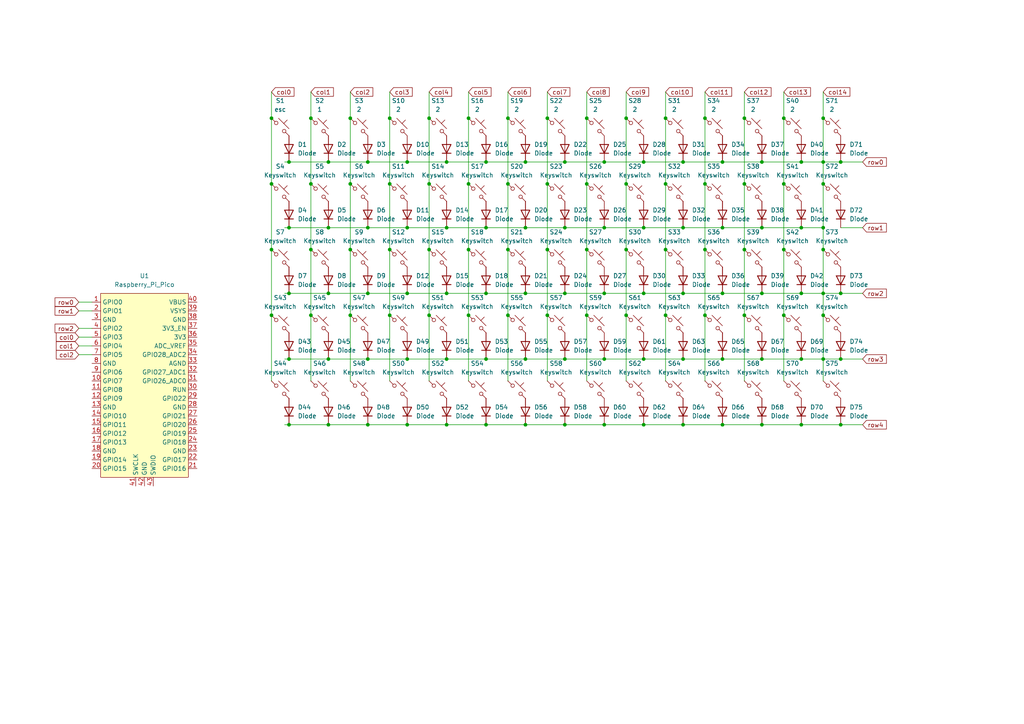
<source format=kicad_sch>
(kicad_sch (version 20231120) (generator "eeschema") (generator_version "8.0")
  (paper "A4")
  (junction (at 129.54 66.04))
  (junction (at 238.76 72.39))
  (junction (at 170.18 53.34))
  (junction (at 198.12 104.14))
  (junction (at 204.47 72.39))
  (junction (at 204.47 91.44))
  (junction (at 175.26 46.99))
  (junction (at 129.54 123.19))
  (junction (at 227.33 34.29))
  (junction (at 175.26 66.04))
  (junction (at 140.97 104.14))
  (junction (at 181.61 91.44))
  (junction (at 243.84 85.09))
  (junction (at 135.89 53.34))
  (junction (at 83.82 66.04))
  (junction (at 204.47 34.29))
  (junction (at 118.11 85.09))
  (junction (at 209.55 85.09))
  (junction (at 209.55 104.14))
  (junction (at 158.75 91.44))
  (junction (at 140.97 123.19))
  (junction (at 209.55 123.19))
  (junction (at 238.76 104.14))
  (junction (at 220.98 66.04))
  (junction (at 243.84 123.19))
  (junction (at 215.9 72.39))
  (junction (at 181.61 34.29))
  (junction (at 152.4 66.04))
  (junction (at 135.89 34.29))
  (junction (at 220.98 46.99))
  (junction (at 238.76 53.34))
  (junction (at 90.17 34.29))
  (junction (at 232.41 104.14))
  (junction (at 209.55 46.99))
  (junction (at 181.61 72.39))
  (junction (at 147.32 53.34))
  (junction (at 170.18 72.39))
  (junction (at 175.26 85.09))
  (junction (at 170.18 34.29))
  (junction (at 106.68 85.09))
  (junction (at 198.12 46.99))
  (junction (at 106.68 66.04))
  (junction (at 186.69 104.14))
  (junction (at 95.25 46.99))
  (junction (at 193.04 91.44))
  (junction (at 78.74 72.39))
  (junction (at 118.11 66.04))
  (junction (at 175.26 104.14))
  (junction (at 95.25 104.14))
  (junction (at 186.69 46.99))
  (junction (at 124.46 53.34))
  (junction (at 118.11 104.14))
  (junction (at 175.26 123.19))
  (junction (at 186.69 85.09))
  (junction (at 243.84 104.14))
  (junction (at 158.75 34.29))
  (junction (at 193.04 72.39))
  (junction (at 227.33 72.39))
  (junction (at 95.25 123.19))
  (junction (at 124.46 34.29))
  (junction (at 101.6 72.39))
  (junction (at 220.98 104.14))
  (junction (at 140.97 85.09))
  (junction (at 101.6 53.34))
  (junction (at 83.82 104.14))
  (junction (at 204.47 53.34))
  (junction (at 238.76 34.29))
  (junction (at 181.61 53.34))
  (junction (at 83.82 46.99))
  (junction (at 163.83 66.04))
  (junction (at 232.41 46.99))
  (junction (at 101.6 91.44))
  (junction (at 90.17 91.44))
  (junction (at 163.83 123.19))
  (junction (at 193.04 34.29))
  (junction (at 152.4 104.14))
  (junction (at 163.83 46.99))
  (junction (at 232.41 85.09))
  (junction (at 106.68 104.14))
  (junction (at 232.41 123.19))
  (junction (at 140.97 46.99))
  (junction (at 101.6 34.29))
  (junction (at 186.69 123.19))
  (junction (at 220.98 85.09))
  (junction (at 124.46 91.44))
  (junction (at 170.18 91.44))
  (junction (at 227.33 53.34))
  (junction (at 129.54 104.14))
  (junction (at 90.17 72.39))
  (junction (at 118.11 123.19))
  (junction (at 220.98 123.19))
  (junction (at 147.32 34.29))
  (junction (at 163.83 85.09))
  (junction (at 78.74 34.29))
  (junction (at 215.9 91.44))
  (junction (at 193.04 53.34))
  (junction (at 83.82 85.09))
  (junction (at 198.12 85.09))
  (junction (at 78.74 53.34))
  (junction (at 232.41 66.04))
  (junction (at 238.76 85.09))
  (junction (at 147.32 91.44))
  (junction (at 243.84 46.99))
  (junction (at 106.68 46.99))
  (junction (at 140.97 66.04))
  (junction (at 198.12 123.19))
  (junction (at 135.89 91.44))
  (junction (at 113.03 53.34))
  (junction (at 95.25 66.04))
  (junction (at 129.54 85.09))
  (junction (at 135.89 72.39))
  (junction (at 152.4 46.99))
  (junction (at 147.32 72.39))
  (junction (at 227.33 91.44))
  (junction (at 113.03 91.44))
  (junction (at 158.75 72.39))
  (junction (at 113.03 34.29))
  (junction (at 118.11 46.99))
  (junction (at 215.9 53.34))
  (junction (at 152.4 123.19))
  (junction (at 238.76 66.04))
  (junction (at 113.03 72.39))
  (junction (at 152.4 85.09))
  (junction (at 215.9 34.29))
  (junction (at 124.46 72.39))
  (junction (at 238.76 46.99))
  (junction (at 90.17 53.34))
  (junction (at 83.82 123.19))
  (junction (at 158.75 53.34))
  (junction (at 209.55 66.04))
  (junction (at 186.69 66.04))
  (junction (at 198.12 66.04))
  (junction (at 129.54 46.99))
  (junction (at 78.74 91.44))
  (junction (at 163.83 104.14))
  (junction (at 95.25 85.09))
  (junction (at 106.68 123.19))
  (junction (at 238.76 91.44))
  (wire (pts (xy 181.61 53.34) (xy 181.61 72.39)))
  (wire (pts (xy 238.76 66.04) (xy 238.76 72.39)))
  (wire (pts (xy 147.32 53.34) (xy 147.32 72.39)))
  (wire (pts (xy 170.18 91.44) (xy 170.18 110.49)))
  (wire (pts (xy 124.46 34.29) (xy 124.46 53.34)))
  (wire (pts (xy 140.97 123.19) (xy 152.4 123.19)))
  (wire (pts (xy 209.55 46.99) (xy 220.98 46.99)))
  (wire (pts (xy 238.76 104.14) (xy 243.84 104.14)))
  (wire (pts (xy 83.82 123.19) (xy 95.25 123.19)))
  (wire (pts (xy 129.54 85.09) (xy 140.97 85.09)))
  (wire (pts (xy 204.47 72.39) (xy 204.47 91.44)))
  (wire (pts (xy 118.11 104.14) (xy 129.54 104.14)))
  (wire (pts (xy 78.74 72.39) (xy 78.74 91.44)))
  (wire (pts (xy 140.97 66.04) (xy 152.4 66.04)))
  (wire (pts (xy 220.98 104.14) (xy 232.41 104.14)))
  (wire (pts (xy 82.55 46.99) (xy 83.82 46.99)))
  (wire (pts (xy 198.12 123.19) (xy 209.55 123.19)))
  (wire (pts (xy 82.55 104.14) (xy 83.82 104.14)))
  (wire (pts (xy 95.25 123.19) (xy 106.68 123.19)))
  (wire (pts (xy 198.12 46.99) (xy 209.55 46.99)))
  (wire (pts (xy 215.9 26.67) (xy 215.9 34.29)))
  (wire (pts (xy 186.69 46.99) (xy 198.12 46.99)))
  (wire (pts (xy 78.74 91.44) (xy 78.74 110.49)))
  (wire (pts (xy 175.26 85.09) (xy 186.69 85.09)))
  (wire (pts (xy 83.82 46.99) (xy 95.25 46.99)))
  (wire (pts (xy 118.11 66.04) (xy 129.54 66.04)))
  (wire (pts (xy 238.76 26.67) (xy 238.76 34.29)))
  (wire (pts (xy 22.86 100.33) (xy 26.67 100.33)))
  (wire (pts (xy 95.25 66.04) (xy 106.68 66.04)))
  (wire (pts (xy 198.12 66.04) (xy 209.55 66.04)))
  (wire (pts (xy 175.26 104.14) (xy 186.69 104.14)))
  (wire (pts (xy 113.03 72.39) (xy 113.03 91.44)))
  (wire (pts (xy 90.17 34.29) (xy 90.17 53.34)))
  (wire (pts (xy 175.26 66.04) (xy 186.69 66.04)))
  (wire (pts (xy 101.6 26.67) (xy 101.6 34.29)))
  (wire (pts (xy 186.69 66.04) (xy 198.12 66.04)))
  (wire (pts (xy 118.11 46.99) (xy 129.54 46.99)))
  (wire (pts (xy 82.55 66.04) (xy 83.82 66.04)))
  (wire (pts (xy 22.86 95.25) (xy 26.67 95.25)))
  (wire (pts (xy 232.41 46.99) (xy 238.76 46.99)))
  (wire (pts (xy 95.25 46.99) (xy 106.68 46.99)))
  (wire (pts (xy 90.17 72.39) (xy 90.17 91.44)))
  (wire (pts (xy 227.33 26.67) (xy 227.33 34.29)))
  (wire (pts (xy 101.6 91.44) (xy 101.6 110.49)))
  (wire (pts (xy 215.9 53.34) (xy 215.9 72.39)))
  (wire (pts (xy 101.6 53.34) (xy 101.6 72.39)))
  (wire (pts (xy 227.33 34.29) (xy 227.33 53.34)))
  (wire (pts (xy 238.76 104.14) (xy 238.76 110.49)))
  (wire (pts (xy 186.69 123.19) (xy 198.12 123.19)))
  (wire (pts (xy 124.46 91.44) (xy 124.46 110.49)))
  (wire (pts (xy 175.26 123.19) (xy 186.69 123.19)))
  (wire (pts (xy 170.18 26.67) (xy 170.18 34.29)))
  (wire (pts (xy 181.61 72.39) (xy 181.61 91.44)))
  (wire (pts (xy 78.74 53.34) (xy 78.74 72.39)))
  (wire (pts (xy 238.76 34.29) (xy 238.76 46.99)))
  (wire (pts (xy 106.68 85.09) (xy 118.11 85.09)))
  (wire (pts (xy 232.41 123.19) (xy 243.84 123.19)))
  (wire (pts (xy 232.41 85.09) (xy 238.76 85.09)))
  (wire (pts (xy 163.83 123.19) (xy 175.26 123.19)))
  (wire (pts (xy 238.76 72.39) (xy 238.76 85.09)))
  (wire (pts (xy 243.84 104.14) (xy 250.19 104.14)))
  (wire (pts (xy 95.25 85.09) (xy 106.68 85.09)))
  (wire (pts (xy 101.6 34.29) (xy 101.6 53.34)))
  (wire (pts (xy 147.32 26.67) (xy 147.32 34.29)))
  (wire (pts (xy 124.46 26.67) (xy 124.46 34.29)))
  (wire (pts (xy 158.75 91.44) (xy 158.75 110.49)))
  (wire (pts (xy 181.61 91.44) (xy 181.61 110.49)))
  (wire (pts (xy 124.46 72.39) (xy 124.46 91.44)))
  (wire (pts (xy 90.17 53.34) (xy 90.17 72.39)))
  (wire (pts (xy 163.83 66.04) (xy 175.26 66.04)))
  (wire (pts (xy 163.83 104.14) (xy 175.26 104.14)))
  (wire (pts (xy 220.98 46.99) (xy 232.41 46.99)))
  (wire (pts (xy 22.86 97.79) (xy 26.67 97.79)))
  (wire (pts (xy 193.04 26.67) (xy 193.04 34.29)))
  (wire (pts (xy 113.03 53.34) (xy 113.03 72.39)))
  (wire (pts (xy 106.68 123.19) (xy 118.11 123.19)))
  (wire (pts (xy 106.68 46.99) (xy 118.11 46.99)))
  (wire (pts (xy 113.03 34.29) (xy 113.03 53.34)))
  (wire (pts (xy 238.76 91.44) (xy 238.76 104.14)))
  (wire (pts (xy 243.84 46.99) (xy 250.19 46.99)))
  (wire (pts (xy 193.04 72.39) (xy 193.04 91.44)))
  (wire (pts (xy 238.76 53.34) (xy 238.76 66.04)))
  (wire (pts (xy 106.68 104.14) (xy 118.11 104.14)))
  (wire (pts (xy 198.12 85.09) (xy 209.55 85.09)))
  (wire (pts (xy 152.4 66.04) (xy 163.83 66.04)))
  (wire (pts (xy 181.61 26.67) (xy 181.61 34.29)))
  (wire (pts (xy 204.47 34.29) (xy 204.47 53.34)))
  (wire (pts (xy 163.83 46.99) (xy 175.26 46.99)))
  (wire (pts (xy 186.69 85.09) (xy 198.12 85.09)))
  (wire (pts (xy 215.9 72.39) (xy 215.9 91.44)))
  (wire (pts (xy 82.55 123.19) (xy 83.82 123.19)))
  (wire (pts (xy 238.76 46.99) (xy 243.84 46.99)))
  (wire (pts (xy 118.11 85.09) (xy 129.54 85.09)))
  (wire (pts (xy 90.17 26.67) (xy 90.17 34.29)))
  (wire (pts (xy 215.9 91.44) (xy 215.9 110.49)))
  (wire (pts (xy 106.68 66.04) (xy 118.11 66.04)))
  (wire (pts (xy 227.33 72.39) (xy 227.33 91.44)))
  (wire (pts (xy 83.82 104.14) (xy 95.25 104.14)))
  (wire (pts (xy 232.41 66.04) (xy 238.76 66.04)))
  (wire (pts (xy 215.9 34.29) (xy 215.9 53.34)))
  (wire (pts (xy 193.04 91.44) (xy 193.04 110.49)))
  (wire (pts (xy 238.76 85.09) (xy 238.76 91.44)))
  (wire (pts (xy 135.89 72.39) (xy 135.89 91.44)))
  (wire (pts (xy 227.33 91.44) (xy 227.33 110.49)))
  (wire (pts (xy 204.47 26.67) (xy 204.47 34.29)))
  (wire (pts (xy 204.47 53.34) (xy 204.47 72.39)))
  (wire (pts (xy 129.54 66.04) (xy 140.97 66.04)))
  (wire (pts (xy 209.55 123.19) (xy 220.98 123.19)))
  (wire (pts (xy 152.4 85.09) (xy 163.83 85.09)))
  (wire (pts (xy 220.98 66.04) (xy 232.41 66.04)))
  (wire (pts (xy 129.54 123.19) (xy 140.97 123.19)))
  (wire (pts (xy 129.54 104.14) (xy 140.97 104.14)))
  (wire (pts (xy 243.84 66.04) (xy 250.19 66.04)))
  (wire (pts (xy 135.89 53.34) (xy 135.89 72.39)))
  (wire (pts (xy 140.97 85.09) (xy 152.4 85.09)))
  (wire (pts (xy 147.32 72.39) (xy 147.32 91.44)))
  (wire (pts (xy 152.4 123.19) (xy 163.83 123.19)))
  (wire (pts (xy 83.82 66.04) (xy 95.25 66.04)))
  (wire (pts (xy 163.83 85.09) (xy 175.26 85.09)))
  (wire (pts (xy 147.32 91.44) (xy 147.32 110.49)))
  (wire (pts (xy 232.41 104.14) (xy 238.76 104.14)))
  (wire (pts (xy 152.4 46.99) (xy 163.83 46.99)))
  (wire (pts (xy 158.75 72.39) (xy 158.75 91.44)))
  (wire (pts (xy 124.46 53.34) (xy 124.46 72.39)))
  (wire (pts (xy 101.6 72.39) (xy 101.6 91.44)))
  (wire (pts (xy 118.11 123.19) (xy 129.54 123.19)))
  (wire (pts (xy 158.75 34.29) (xy 158.75 53.34)))
  (wire (pts (xy 209.55 85.09) (xy 220.98 85.09)))
  (wire (pts (xy 227.33 53.34) (xy 227.33 72.39)))
  (wire (pts (xy 175.26 46.99) (xy 186.69 46.99)))
  (wire (pts (xy 22.86 90.17) (xy 26.67 90.17)))
  (wire (pts (xy 170.18 53.34) (xy 170.18 72.39)))
  (wire (pts (xy 78.74 26.67) (xy 78.74 34.29)))
  (wire (pts (xy 78.74 34.29) (xy 78.74 53.34)))
  (wire (pts (xy 83.82 85.09) (xy 95.25 85.09)))
  (wire (pts (xy 147.32 34.29) (xy 147.32 53.34)))
  (wire (pts (xy 113.03 91.44) (xy 113.03 110.49)))
  (wire (pts (xy 204.47 91.44) (xy 204.47 110.49)))
  (wire (pts (xy 220.98 123.19) (xy 232.41 123.19)))
  (wire (pts (xy 193.04 34.29) (xy 193.04 53.34)))
  (wire (pts (xy 170.18 72.39) (xy 170.18 91.44)))
  (wire (pts (xy 181.61 34.29) (xy 181.61 53.34)))
  (wire (pts (xy 238.76 46.99) (xy 238.76 53.34)))
  (wire (pts (xy 243.84 85.09) (xy 250.19 85.09)))
  (wire (pts (xy 220.98 85.09) (xy 232.41 85.09)))
  (wire (pts (xy 22.86 87.63) (xy 26.67 87.63)))
  (wire (pts (xy 186.69 104.14) (xy 198.12 104.14)))
  (wire (pts (xy 198.12 104.14) (xy 209.55 104.14)))
  (wire (pts (xy 135.89 34.29) (xy 135.89 53.34)))
  (wire (pts (xy 152.4 104.14) (xy 163.83 104.14)))
  (wire (pts (xy 170.18 34.29) (xy 170.18 53.34)))
  (wire (pts (xy 82.55 85.09) (xy 83.82 85.09)))
  (wire (pts (xy 140.97 46.99) (xy 152.4 46.99)))
  (wire (pts (xy 238.76 85.09) (xy 243.84 85.09)))
  (wire (pts (xy 209.55 104.14) (xy 220.98 104.14)))
  (wire (pts (xy 209.55 66.04) (xy 220.98 66.04)))
  (wire (pts (xy 90.17 91.44) (xy 90.17 110.49)))
  (wire (pts (xy 135.89 26.67) (xy 135.89 34.29)))
  (wire (pts (xy 113.03 26.67) (xy 113.03 34.29)))
  (wire (pts (xy 135.89 91.44) (xy 135.89 110.49)))
  (wire (pts (xy 22.86 102.87) (xy 26.67 102.87)))
  (wire (pts (xy 129.54 46.99) (xy 140.97 46.99)))
  (wire (pts (xy 243.84 123.19) (xy 250.19 123.19)))
  (wire (pts (xy 158.75 26.67) (xy 158.75 34.29)))
  (wire (pts (xy 95.25 104.14) (xy 106.68 104.14)))
  (wire (pts (xy 158.75 53.34) (xy 158.75 72.39)))
  (wire (pts (xy 140.97 104.14) (xy 152.4 104.14)))
  (wire (pts (xy 193.04 53.34) (xy 193.04 72.39)))
  (global_label "col2" (shape input) (at 101.6 26.67 0) (property "Intersheetrefs" "${INTERSHEET_REFS}" (effects (hide yes))))
  (global_label "col3" (shape input) (at 113.03 26.67 0) (property "Intersheetrefs" "${INTERSHEET_REFS}" (effects (hide yes))))
  (global_label "col5" (shape input) (at 135.89 26.67 0) (property "Intersheetrefs" "${INTERSHEET_REFS}" (effects (hide yes))))
  (global_label "col7" (shape input) (at 158.75 26.67 0) (property "Intersheetrefs" "${INTERSHEET_REFS}" (effects (hide yes))))
  (global_label "col0" (shape input) (at 22.86 97.79 180) (property "Intersheetrefs" "${INTERSHEET_REFS}" (effects (hide yes))))
  (global_label "row2" (shape input) (at 250.19 85.09 0) (property "Intersheetrefs" "${INTERSHEET_REFS}" (effects (hide yes))))
  (global_label "row1" (shape input) (at 22.86 90.17 180) (property "Intersheetrefs" "${INTERSHEET_REFS}" (effects (hide yes))))
  (global_label "row4" (shape input) (at 250.19 123.19 0) (property "Intersheetrefs" "${INTERSHEET_REFS}" (effects (hide yes))))
  (global_label "col6" (shape input) (at 147.32 26.67 0) (property "Intersheetrefs" "${INTERSHEET_REFS}" (effects (hide yes))))
  (global_label "col13" (shape input) (at 227.33 26.67 0) (property "Intersheetrefs" "${INTERSHEET_REFS}" (effects (hide yes))))
  (global_label "col9" (shape input) (at 181.61 26.67 0) (property "Intersheetrefs" "${INTERSHEET_REFS}" (effects (hide yes))))
  (global_label "col8" (shape input) (at 170.18 26.67 0) (property "Intersheetrefs" "${INTERSHEET_REFS}" (effects (hide yes))))
  (global_label "col14" (shape input) (at 238.76 26.67 0) (property "Intersheetrefs" "${INTERSHEET_REFS}" (effects (hide yes))))
  (global_label "col11" (shape input) (at 204.47 26.67 0) (property "Intersheetrefs" "${INTERSHEET_REFS}" (effects (hide yes))))
  (global_label "col12" (shape input) (at 215.9 26.67 0) (property "Intersheetrefs" "${INTERSHEET_REFS}" (effects (hide yes))))
  (global_label "col1" (shape input) (at 22.86 100.33 180) (property "Intersheetrefs" "${INTERSHEET_REFS}" (effects (hide yes))))
  (global_label "row2" (shape input) (at 22.86 95.25 180) (property "Intersheetrefs" "${INTERSHEET_REFS}" (effects (hide yes))))
  (global_label "row0" (shape input) (at 250.19 46.99 0) (property "Intersheetrefs" "${INTERSHEET_REFS}" (effects (hide yes))))
  (global_label "col4" (shape input) (at 124.46 26.67 0) (property "Intersheetrefs" "${INTERSHEET_REFS}" (effects (hide yes))))
  (global_label "col1" (shape input) (at 90.17 26.67 0) (property "Intersheetrefs" "${INTERSHEET_REFS}" (effects (hide yes))))
  (global_label "row0" (shape input) (at 22.86 87.63 180) (property "Intersheetrefs" "${INTERSHEET_REFS}" (effects (hide yes))))
  (global_label "col10" (shape input) (at 193.04 26.67 0) (property "Intersheetrefs" "${INTERSHEET_REFS}" (effects (hide yes))))
  (global_label "row1" (shape input) (at 250.19 66.04 0) (property "Intersheetrefs" "${INTERSHEET_REFS}" (effects (hide yes))))
  (global_label "col2" (shape input) (at 22.86 102.87 180) (property "Intersheetrefs" "${INTERSHEET_REFS}" (effects (hide yes))))
  (global_label "row3" (shape input) (at 250.19 104.14 0) (property "Intersheetrefs" "${INTERSHEET_REFS}" (effects (hide yes))))
  (global_label "col0" (shape input) (at 78.74 26.67 0) (property "Intersheetrefs" "${INTERSHEET_REFS}" (effects (hide yes))))
  (symbol (lib_id "ScottoKeebs:Placeholder_Diode") (at 163.83 43.18 90) (unit 1)
    (property "Reference" "D22" (at 166.37 41.9099 90) (effects (justify right)))
    (property "Value" "Diode" (at 166.37 44.4499 90) (effects (justify right)))
    (property "Footprint" "ScottoKeebs_Components:Diode_DO-35" (effects (hide yes)))
    (property "Description" "1N4148 (DO-35) or 1N4148W (SOD-123)" (effects (hide yes)))
    (property "Sim.Device" "D" (effects (hide yes)))
    (property "Sim.Pins" "1=K 2=A" (effects (hide yes)))
  )
  (symbol (lib_id "ScottoKeebs:Placeholder_Diode") (at 209.55 100.33 90) (unit 1)
    (property "Reference" "D65" (at 212.09 99.0599 90) (effects (justify right)))
    (property "Value" "Diode" (at 212.09 101.5999 90) (effects (justify right)))
    (property "Footprint" "ScottoKeebs_Components:Diode_DO-35" (effects (hide yes)))
    (property "Description" "1N4148 (DO-35) or 1N4148W (SOD-123)" (effects (hide yes)))
    (property "Sim.Device" "D" (effects (hide yes)))
    (property "Sim.Pins" "1=K 2=A" (effects (hide yes)))
  )
  (symbol (lib_id "ScottoKeebs:Placeholder_Keyswitch") (at 229.87 113.03 0) (unit 1)
    (property "Reference" "S70" (at 229.87 105.41 0))
    (property "Value" "Keyswitch" (at 229.87 107.95 0))
    (property "Footprint" "ScottoKeebs_MX:MX_PCB_1.00u" (effects (hide yes)))
    (property "Description" "Push button switch, normally open, two pins, 45° tilted" (effects (hide yes)))
  )
  (symbol (lib_id "ScottoKeebs:Placeholder_Keyswitch") (at 184.15 113.03 0) (unit 1)
    (property "Reference" "S62" (at 184.15 105.41 0))
    (property "Value" "Keyswitch" (at 184.15 107.95 0))
    (property "Footprint" "ScottoKeebs_MX:MX_PCB_1.00u" (effects (hide yes)))
    (property "Description" "Push button switch, normally open, two pins, 45° tilted" (effects (hide yes)))
  )
  (symbol (lib_id "ScottoKeebs:Placeholder_Diode") (at 129.54 62.23 90) (unit 1)
    (property "Reference" "D14" (at 132.08 60.9599 90) (effects (justify right)))
    (property "Value" "Diode" (at 132.08 63.4999 90) (effects (justify right)))
    (property "Footprint" "ScottoKeebs_Components:Diode_DO-35" (effects (hide yes)))
    (property "Description" "1N4148 (DO-35) or 1N4148W (SOD-123)" (effects (hide yes)))
    (property "Sim.Device" "D" (effects (hide yes)))
    (property "Sim.Pins" "1=K 2=A" (effects (hide yes)))
  )
  (symbol (lib_id "ScottoKeebs:Placeholder_Diode") (at 152.4 119.38 90) (unit 1)
    (property "Reference" "D56" (at 154.94 118.1099 90) (effects (justify right)))
    (property "Value" "Diode" (at 154.94 120.6499 90) (effects (justify right)))
    (property "Footprint" "ScottoKeebs_Components:Diode_DO-35" (effects (hide yes)))
    (property "Description" "1N4148 (DO-35) or 1N4148W (SOD-123)" (effects (hide yes)))
    (property "Sim.Device" "D" (effects (hide yes)))
    (property "Sim.Pins" "1=K 2=A" (effects (hide yes)))
  )
  (symbol (lib_id "ScottoKeebs:Placeholder_Diode") (at 220.98 81.28 90) (unit 1)
    (property "Reference" "D39" (at 223.52 80.0099 90) (effects (justify right)))
    (property "Value" "Diode" (at 223.52 82.5499 90) (effects (justify right)))
    (property "Footprint" "ScottoKeebs_Components:Diode_DO-35" (effects (hide yes)))
    (property "Description" "1N4148 (DO-35) or 1N4148W (SOD-123)" (effects (hide yes)))
    (property "Sim.Device" "D" (effects (hide yes)))
    (property "Sim.Pins" "1=K 2=A" (effects (hide yes)))
  )
  (symbol (lib_id "ScottoKeebs:Placeholder_Diode") (at 220.98 100.33 90) (unit 1)
    (property "Reference" "D67" (at 223.52 99.0599 90) (effects (justify right)))
    (property "Value" "Diode" (at 223.52 101.5999 90) (effects (justify right)))
    (property "Footprint" "ScottoKeebs_Components:Diode_DO-35" (effects (hide yes)))
    (property "Description" "1N4148 (DO-35) or 1N4148W (SOD-123)" (effects (hide yes)))
    (property "Sim.Device" "D" (effects (hide yes)))
    (property "Sim.Pins" "1=K 2=A" (effects (hide yes)))
  )
  (symbol (lib_id "ScottoKeebs:Placeholder_Diode") (at 152.4 43.18 90) (unit 1)
    (property "Reference" "D19" (at 154.94 41.9099 90) (effects (justify right)))
    (property "Value" "Diode" (at 154.94 44.4499 90) (effects (justify right)))
    (property "Footprint" "ScottoKeebs_Components:Diode_DO-35" (effects (hide yes)))
    (property "Description" "1N4148 (DO-35) or 1N4148W (SOD-123)" (effects (hide yes)))
    (property "Sim.Device" "D" (effects (hide yes)))
    (property "Sim.Pins" "1=K 2=A" (effects (hide yes)))
  )
  (symbol (lib_id "ScottoKeebs:Placeholder_Keyswitch") (at 115.57 55.88 0) (unit 1)
    (property "Reference" "S11" (at 115.57 48.26 0))
    (property "Value" "Keyswitch" (at 115.57 50.8 0))
    (property "Footprint" "ScottoKeebs_MX:MX_PCB_1.00u" (effects (hide yes)))
    (property "Description" "Push button switch, normally open, two pins, 45° tilted" (effects (hide yes)))
  )
  (symbol (lib_id "ScottoKeebs:Placeholder_Keyswitch") (at 218.44 36.83 0) (unit 1)
    (property "Reference" "S37" (at 218.44 29.21 0))
    (property "Value" "2" (at 218.44 31.75 0))
    (property "Footprint" "ScottoKeebs_MX:MX_PCB_1.00u" (effects (hide yes)))
    (property "Description" "Push button switch, normally open, two pins, 45° tilted" (effects (hide yes)))
  )
  (symbol (lib_id "ScottoKeebs:Placeholder_Keyswitch") (at 149.86 36.83 0) (unit 1)
    (property "Reference" "S19" (at 149.86 29.21 0))
    (property "Value" "2" (at 149.86 31.75 0))
    (property "Footprint" "ScottoKeebs_MX:MX_PCB_1.00u" (effects (hide yes)))
    (property "Description" "Push button switch, normally open, two pins, 45° tilted" (effects (hide yes)))
  )
  (symbol (lib_id "ScottoKeebs:Placeholder_Diode") (at 129.54 119.38 90) (unit 1)
    (property "Reference" "D52" (at 132.08 118.1099 90) (effects (justify right)))
    (property "Value" "Diode" (at 132.08 120.6499 90) (effects (justify right)))
    (property "Footprint" "ScottoKeebs_Components:Diode_DO-35" (effects (hide yes)))
    (property "Description" "1N4148 (DO-35) or 1N4148W (SOD-123)" (effects (hide yes)))
    (property "Sim.Device" "D" (effects (hide yes)))
    (property "Sim.Pins" "1=K 2=A" (effects (hide yes)))
  )
  (symbol (lib_id "ScottoKeebs:Placeholder_Diode") (at 106.68 119.38 90) (unit 1)
    (property "Reference" "D48" (at 109.22 118.1099 90) (effects (justify right)))
    (property "Value" "Diode" (at 109.22 120.6499 90) (effects (justify right)))
    (property "Footprint" "ScottoKeebs_Components:Diode_DO-35" (effects (hide yes)))
    (property "Description" "1N4148 (DO-35) or 1N4148W (SOD-123)" (effects (hide yes)))
    (property "Sim.Device" "D" (effects (hide yes)))
    (property "Sim.Pins" "1=K 2=A" (effects (hide yes)))
  )
  (symbol (lib_id "ScottoKeebs:Placeholder_Keyswitch") (at 127 36.83 0) (unit 1)
    (property "Reference" "S13" (at 127 29.21 0))
    (property "Value" "2" (at 127 31.75 0))
    (property "Footprint" "ScottoKeebs_MX:MX_PCB_1.00u" (effects (hide yes)))
    (property "Description" "Push button switch, normally open, two pins, 45° tilted" (effects (hide yes)))
  )
  (symbol (lib_id "ScottoKeebs:Placeholder_Diode") (at 186.69 43.18 90) (unit 1)
    (property "Reference" "D28" (at 189.23 41.9099 90) (effects (justify right)))
    (property "Value" "Diode" (at 189.23 44.4499 90) (effects (justify right)))
    (property "Footprint" "ScottoKeebs_Components:Diode_DO-35" (effects (hide yes)))
    (property "Description" "1N4148 (DO-35) or 1N4148W (SOD-123)" (effects (hide yes)))
    (property "Sim.Device" "D" (effects (hide yes)))
    (property "Sim.Pins" "1=K 2=A" (effects (hide yes)))
  )
  (symbol (lib_id "ScottoKeebs:Placeholder_Keyswitch") (at 92.71 74.93 0) (unit 1)
    (property "Reference" "S8" (at 92.71 67.31 0))
    (property "Value" "Keyswitch" (at 92.71 69.85 0))
    (property "Footprint" "ScottoKeebs_MX:MX_PCB_1.00u" (effects (hide yes)))
    (property "Description" "Push button switch, normally open, two pins, 45° tilted" (effects (hide yes)))
  )
  (symbol (lib_id "ScottoKeebs:Placeholder_Keyswitch") (at 92.71 113.03 0) (unit 1)
    (property "Reference" "S46" (at 92.71 105.41 0))
    (property "Value" "Keyswitch" (at 92.71 107.95 0))
    (property "Footprint" "ScottoKeebs_MX:MX_PCB_1.00u" (effects (hide yes)))
    (property "Description" "Push button switch, normally open, two pins, 45° tilted" (effects (hide yes)))
  )
  (symbol (lib_id "ScottoKeebs:Placeholder_Diode") (at 106.68 62.23 90) (unit 1)
    (property "Reference" "D6" (at 109.22 60.9599 90) (effects (justify right)))
    (property "Value" "Diode" (at 109.22 63.4999 90) (effects (justify right)))
    (property "Footprint" "ScottoKeebs_Components:Diode_DO-35" (effects (hide yes)))
    (property "Description" "1N4148 (DO-35) or 1N4148W (SOD-123)" (effects (hide yes)))
    (property "Sim.Device" "D" (effects (hide yes)))
    (property "Sim.Pins" "1=K 2=A" (effects (hide yes)))
  )
  (symbol (lib_id "ScottoKeebs:Placeholder_Diode") (at 95.25 81.28 90) (unit 1)
    (property "Reference" "D8" (at 97.79 80.0099 90) (effects (justify right)))
    (property "Value" "Diode" (at 97.79 82.5499 90) (effects (justify right)))
    (property "Footprint" "ScottoKeebs_Components:Diode_DO-35" (effects (hide yes)))
    (property "Description" "1N4148 (DO-35) or 1N4148W (SOD-123)" (effects (hide yes)))
    (property "Sim.Device" "D" (effects (hide yes)))
    (property "Sim.Pins" "1=K 2=A" (effects (hide yes)))
  )
  (symbol (lib_id "ScottoKeebs:Placeholder_Keyswitch") (at 172.72 36.83 0) (unit 1)
    (property "Reference" "S25" (at 172.72 29.21 0))
    (property "Value" "2" (at 172.72 31.75 0))
    (property "Footprint" "ScottoKeebs_MX:MX_PCB_1.00u" (effects (hide yes)))
    (property "Description" "Push button switch, normally open, two pins, 45° tilted" (effects (hide yes)))
  )
  (symbol (lib_id "ScottoKeebs:Placeholder_Diode") (at 175.26 119.38 90) (unit 1)
    (property "Reference" "D60" (at 177.8 118.1099 90) (effects (justify right)))
    (property "Value" "Diode" (at 177.8 120.6499 90) (effects (justify right)))
    (property "Footprint" "ScottoKeebs_Components:Diode_DO-35" (effects (hide yes)))
    (property "Description" "1N4148 (DO-35) or 1N4148W (SOD-123)" (effects (hide yes)))
    (property "Sim.Device" "D" (effects (hide yes)))
    (property "Sim.Pins" "1=K 2=A" (effects (hide yes)))
  )
  (symbol (lib_id "ScottoKeebs:Placeholder_Keyswitch") (at 195.58 93.98 0) (unit 1)
    (property "Reference" "S63" (at 195.58 86.36 0))
    (property "Value" "Keyswitch" (at 195.58 88.9 0))
    (property "Footprint" "ScottoKeebs_MX:MX_PCB_1.00u" (effects (hide yes)))
    (property "Description" "Push button switch, normally open, two pins, 45° tilted" (effects (hide yes)))
  )
  (symbol (lib_id "ScottoKeebs:Placeholder_Diode") (at 220.98 43.18 90) (unit 1)
    (property "Reference" "D37" (at 223.52 41.9099 90) (effects (justify right)))
    (property "Value" "Diode" (at 223.52 44.4499 90) (effects (justify right)))
    (property "Footprint" "ScottoKeebs_Components:Diode_DO-35" (effects (hide yes)))
    (property "Description" "1N4148 (DO-35) or 1N4148W (SOD-123)" (effects (hide yes)))
    (property "Sim.Device" "D" (effects (hide yes)))
    (property "Sim.Pins" "1=K 2=A" (effects (hide yes)))
  )
  (symbol (lib_id "ScottoKeebs:Placeholder_Diode") (at 232.41 81.28 90) (unit 1)
    (property "Reference" "D42" (at 234.95 80.0099 90) (effects (justify right)))
    (property "Value" "Diode" (at 234.95 82.5499 90) (effects (justify right)))
    (property "Footprint" "ScottoKeebs_Components:Diode_DO-35" (effects (hide yes)))
    (property "Description" "1N4148 (DO-35) or 1N4148W (SOD-123)" (effects (hide yes)))
    (property "Sim.Device" "D" (effects (hide yes)))
    (property "Sim.Pins" "1=K 2=A" (effects (hide yes)))
  )
  (symbol (lib_id "ScottoKeebs:Placeholder_Keyswitch") (at 138.43 93.98 0) (unit 1)
    (property "Reference" "S53" (at 138.43 86.36 0))
    (property "Value" "Keyswitch" (at 138.43 88.9 0))
    (property "Footprint" "ScottoKeebs_MX:MX_PCB_1.00u" (effects (hide yes)))
    (property "Description" "Push button switch, normally open, two pins, 45° tilted" (effects (hide yes)))
  )
  (symbol (lib_id "ScottoKeebs:Placeholder_Keyswitch") (at 241.3 113.03 0) (unit 1)
    (property "Reference" "S75" (at 241.3 105.41 0))
    (property "Value" "Keyswitch" (at 241.3 107.95 0))
    (property "Footprint" "ScottoKeebs_MX:MX_PCB_1.00u" (effects (hide yes)))
    (property "Description" "Push button switch, normally open, two pins, 45° tilted" (effects (hide yes)))
  )
  (symbol (lib_id "ScottoKeebs:Placeholder_Diode") (at 186.69 100.33 90) (unit 1)
    (property "Reference" "D61" (at 189.23 99.0599 90) (effects (justify right)))
    (property "Value" "Diode" (at 189.23 101.5999 90) (effects (justify right)))
    (property "Footprint" "ScottoKeebs_Components:Diode_DO-35" (effects (hide yes)))
    (property "Description" "1N4148 (DO-35) or 1N4148W (SOD-123)" (effects (hide yes)))
    (property "Sim.Device" "D" (effects (hide yes)))
    (property "Sim.Pins" "1=K 2=A" (effects (hide yes)))
  )
  (symbol (lib_id "ScottoKeebs:Placeholder_Keyswitch") (at 104.14 74.93 0) (unit 1)
    (property "Reference" "S9" (at 104.14 67.31 0))
    (property "Value" "Keyswitch" (at 104.14 69.85 0))
    (property "Footprint" "ScottoKeebs_MX:MX_PCB_1.00u" (effects (hide yes)))
    (property "Description" "Push button switch, normally open, two pins, 45° tilted" (effects (hide yes)))
  )
  (symbol (lib_id "ScottoKeebs:Placeholder_Keyswitch") (at 195.58 113.03 0) (unit 1)
    (property "Reference" "S64" (at 195.58 105.41 0))
    (property "Value" "Keyswitch" (at 195.58 107.95 0))
    (property "Footprint" "ScottoKeebs_MX:MX_PCB_1.00u" (effects (hide yes)))
    (property "Description" "Push button switch, normally open, two pins, 45° tilted" (effects (hide yes)))
  )
  (symbol (lib_id "ScottoKeebs:MCU_Raspberry_Pi_Pico") (at 41.91 111.76 0) (unit 1)
    (property "Reference" "U1" (at 41.91 80.01 0))
    (property "Value" "Raspberry_Pi_Pico" (at 41.91 82.55 0))
    (property "Footprint" "ScottoKeebs_MCU:Raspberry_Pi_Pico" (effects (hide yes)))
  )
  (symbol (lib_id "ScottoKeebs:Placeholder_Diode") (at 209.55 62.23 90) (unit 1)
    (property "Reference" "D35" (at 212.09 60.9599 90) (effects (justify right)))
    (property "Value" "Diode" (at 212.09 63.4999 90) (effects (justify right)))
    (property "Footprint" "ScottoKeebs_Components:Diode_DO-35" (effects (hide yes)))
    (property "Description" "1N4148 (DO-35) or 1N4148W (SOD-123)" (effects (hide yes)))
    (property "Sim.Device" "D" (effects (hide yes)))
    (property "Sim.Pins" "1=K 2=A" (effects (hide yes)))
  )
  (symbol (lib_id "ScottoKeebs:Placeholder_Diode") (at 175.26 43.18 90) (unit 1)
    (property "Reference" "D25" (at 177.8 41.9099 90) (effects (justify right)))
    (property "Value" "Diode" (at 177.8 44.4499 90) (effects (justify right)))
    (property "Footprint" "ScottoKeebs_Components:Diode_DO-35" (effects (hide yes)))
    (property "Description" "1N4148 (DO-35) or 1N4148W (SOD-123)" (effects (hide yes)))
    (property "Sim.Device" "D" (effects (hide yes)))
    (property "Sim.Pins" "1=K 2=A" (effects (hide yes)))
  )
  (symbol (lib_id "ScottoKeebs:Placeholder_Diode") (at 83.82 119.38 90) (unit 1)
    (property "Reference" "D44" (at 86.36 118.1099 90) (effects (justify right)))
    (property "Value" "Diode" (at 86.36 120.6499 90) (effects (justify right)))
    (property "Footprint" "ScottoKeebs_Components:Diode_DO-35" (effects (hide yes)))
    (property "Description" "1N4148 (DO-35) or 1N4148W (SOD-123)" (effects (hide yes)))
    (property "Sim.Device" "D" (effects (hide yes)))
    (property "Sim.Pins" "1=K 2=A" (effects (hide yes)))
  )
  (symbol (lib_id "ScottoKeebs:Placeholder_Keyswitch") (at 195.58 74.93 0) (unit 1)
    (property "Reference" "S33" (at 195.58 67.31 0))
    (property "Value" "Keyswitch" (at 195.58 69.85 0))
    (property "Footprint" "ScottoKeebs_MX:MX_PCB_1.00u" (effects (hide yes)))
    (property "Description" "Push button switch, normally open, two pins, 45° tilted" (effects (hide yes)))
  )
  (symbol (lib_id "ScottoKeebs:Placeholder_Diode") (at 118.11 100.33 90) (unit 1)
    (property "Reference" "D49" (at 120.65 99.0599 90) (effects (justify right)))
    (property "Value" "Diode" (at 120.65 101.5999 90) (effects (justify right)))
    (property "Footprint" "ScottoKeebs_Components:Diode_DO-35" (effects (hide yes)))
    (property "Description" "1N4148 (DO-35) or 1N4148W (SOD-123)" (effects (hide yes)))
    (property "Sim.Device" "D" (effects (hide yes)))
    (property "Sim.Pins" "1=K 2=A" (effects (hide yes)))
  )
  (symbol (lib_id "ScottoKeebs:Placeholder_Keyswitch") (at 115.57 113.03 0) (unit 1)
    (property "Reference" "S50" (at 115.57 105.41 0))
    (property "Value" "Keyswitch" (at 115.57 107.95 0))
    (property "Footprint" "ScottoKeebs_MX:MX_PCB_1.00u" (effects (hide yes)))
    (property "Description" "Push button switch, normally open, two pins, 45° tilted" (effects (hide yes)))
  )
  (symbol (lib_id "ScottoKeebs:Placeholder_Keyswitch") (at 149.86 93.98 0) (unit 1)
    (property "Reference" "S55" (at 149.86 86.36 0))
    (property "Value" "Keyswitch" (at 149.86 88.9 0))
    (property "Footprint" "ScottoKeebs_MX:MX_PCB_1.00u" (effects (hide yes)))
    (property "Description" "Push button switch, normally open, two pins, 45° tilted" (effects (hide yes)))
  )
  (symbol (lib_id "ScottoKeebs:Placeholder_Keyswitch") (at 81.28 36.83 0) (unit 1)
    (property "Reference" "S1" (at 81.28 29.21 0))
    (property "Value" "esc" (at 81.28 31.75 0))
    (property "Footprint" "ScottoKeebs_MX:MX_PCB_1.00u" (effects (hide yes)))
    (property "Description" "Push button switch, normally open, two pins, 45° tilted" (effects (hide yes)))
  )
  (symbol (lib_id "ScottoKeebs:Placeholder_Diode") (at 95.25 43.18 90) (unit 1)
    (property "Reference" "D2" (at 97.79 41.9099 90) (effects (justify right)))
    (property "Value" "Diode" (at 97.79 44.4499 90) (effects (justify right)))
    (property "Footprint" "ScottoKeebs_Components:Diode_DO-35" (effects (hide yes)))
    (property "Description" "1N4148 (DO-35) or 1N4148W (SOD-123)" (effects (hide yes)))
    (property "Sim.Device" "D" (effects (hide yes)))
    (property "Sim.Pins" "1=K 2=A" (effects (hide yes)))
  )
  (symbol (lib_id "ScottoKeebs:Placeholder_Diode") (at 232.41 43.18 90) (unit 1)
    (property "Reference" "D40" (at 234.95 41.9099 90) (effects (justify right)))
    (property "Value" "Diode" (at 234.95 44.4499 90) (effects (justify right)))
    (property "Footprint" "ScottoKeebs_Components:Diode_DO-35" (effects (hide yes)))
    (property "Description" "1N4148 (DO-35) or 1N4148W (SOD-123)" (effects (hide yes)))
    (property "Sim.Device" "D" (effects (hide yes)))
    (property "Sim.Pins" "1=K 2=A" (effects (hide yes)))
  )
  (symbol (lib_id "ScottoKeebs:Placeholder_Keyswitch") (at 207.01 113.03 0) (unit 1)
    (property "Reference" "S66" (at 207.01 105.41 0))
    (property "Value" "Keyswitch" (at 207.01 107.95 0))
    (property "Footprint" "ScottoKeebs_MX:MX_PCB_1.00u" (effects (hide yes)))
    (property "Description" "Push button switch, normally open, two pins, 45° tilted" (effects (hide yes)))
  )
  (symbol (lib_id "ScottoKeebs:Placeholder_Keyswitch") (at 81.28 74.93 0) (unit 1)
    (property "Reference" "S7" (at 81.28 67.31 0))
    (property "Value" "Keyswitch" (at 81.28 69.85 0))
    (property "Footprint" "ScottoKeebs_MX:MX_PCB_1.00u" (effects (hide yes)))
    (property "Description" "Push button switch, normally open, two pins, 45° tilted" (effects (hide yes)))
  )
  (symbol (lib_id "ScottoKeebs:Placeholder_Diode") (at 118.11 119.38 90) (unit 1)
    (property "Reference" "D50" (at 120.65 118.1099 90) (effects (justify right)))
    (property "Value" "Diode" (at 120.65 120.6499 90) (effects (justify right)))
    (property "Footprint" "ScottoKeebs_Components:Diode_DO-35" (effects (hide yes)))
    (property "Description" "1N4148 (DO-35) or 1N4148W (SOD-123)" (effects (hide yes)))
    (property "Sim.Device" "D" (effects (hide yes)))
    (property "Sim.Pins" "1=K 2=A" (effects (hide yes)))
  )
  (symbol (lib_id "ScottoKeebs:Placeholder_Keyswitch") (at 195.58 36.83 0) (unit 1)
    (property "Reference" "S31" (at 195.58 29.21 0))
    (property "Value" "2" (at 195.58 31.75 0))
    (property "Footprint" "ScottoKeebs_MX:MX_PCB_1.00u" (effects (hide yes)))
    (property "Description" "Push button switch, normally open, two pins, 45° tilted" (effects (hide yes)))
  )
  (symbol (lib_id "ScottoKeebs:Placeholder_Keyswitch") (at 138.43 36.83 0) (unit 1)
    (property "Reference" "S16" (at 138.43 29.21 0))
    (property "Value" "2" (at 138.43 31.75 0))
    (property "Footprint" "ScottoKeebs_MX:MX_PCB_1.00u" (effects (hide yes)))
    (property "Description" "Push button switch, normally open, two pins, 45° tilted" (effects (hide yes)))
  )
  (symbol (lib_id "ScottoKeebs:Placeholder_Diode") (at 83.82 100.33 90) (unit 1)
    (property "Reference" "D43" (at 86.36 99.0599 90) (effects (justify right)))
    (property "Value" "Diode" (at 86.36 101.5999 90) (effects (justify right)))
    (property "Footprint" "ScottoKeebs_Components:Diode_DO-35" (effects (hide yes)))
    (property "Description" "1N4148 (DO-35) or 1N4148W (SOD-123)" (effects (hide yes)))
    (property "Sim.Device" "D" (effects (hide yes)))
    (property "Sim.Pins" "1=K 2=A" (effects (hide yes)))
  )
  (symbol (lib_id "ScottoKeebs:Placeholder_Diode") (at 106.68 100.33 90) (unit 1)
    (property "Reference" "D47" (at 109.22 99.0599 90) (effects (justify right)))
    (property "Value" "Diode" (at 109.22 101.5999 90) (effects (justify right)))
    (property "Footprint" "ScottoKeebs_Components:Diode_DO-35" (effects (hide yes)))
    (property "Description" "1N4148 (DO-35) or 1N4148W (SOD-123)" (effects (hide yes)))
    (property "Sim.Device" "D" (effects (hide yes)))
    (property "Sim.Pins" "1=K 2=A" (effects (hide yes)))
  )
  (symbol (lib_id "ScottoKeebs:Placeholder_Diode") (at 129.54 100.33 90) (unit 1)
    (property "Reference" "D51" (at 132.08 99.0599 90) (effects (justify right)))
    (property "Value" "Diode" (at 132.08 101.5999 90) (effects (justify right)))
    (property "Footprint" "ScottoKeebs_Components:Diode_DO-35" (effects (hide yes)))
    (property "Description" "1N4148 (DO-35) or 1N4148W (SOD-123)" (effects (hide yes)))
    (property "Sim.Device" "D" (effects (hide yes)))
    (property "Sim.Pins" "1=K 2=A" (effects (hide yes)))
  )
  (symbol (lib_id "ScottoKeebs:Placeholder_Diode") (at 198.12 119.38 90) (unit 1)
    (property "Reference" "D64" (at 200.66 118.1099 90) (effects (justify right)))
    (property "Value" "Diode" (at 200.66 120.6499 90) (effects (justify right)))
    (property "Footprint" "ScottoKeebs_Components:Diode_DO-35" (effects (hide yes)))
    (property "Description" "1N4148 (DO-35) or 1N4148W (SOD-123)" (effects (hide yes)))
    (property "Sim.Device" "D" (effects (hide yes)))
    (property "Sim.Pins" "1=K 2=A" (effects (hide yes)))
  )
  (symbol (lib_id "ScottoKeebs:Placeholder_Diode") (at 129.54 81.28 90) (unit 1)
    (property "Reference" "D15" (at 132.08 80.0099 90) (effects (justify right)))
    (property "Value" "Diode" (at 132.08 82.5499 90) (effects (justify right)))
    (property "Footprint" "ScottoKeebs_Components:Diode_DO-35" (effects (hide yes)))
    (property "Description" "1N4148 (DO-35) or 1N4148W (SOD-123)" (effects (hide yes)))
    (property "Sim.Device" "D" (effects (hide yes)))
    (property "Sim.Pins" "1=K 2=A" (effects (hide yes)))
  )
  (symbol (lib_id "ScottoKeebs:Placeholder_Diode") (at 95.25 119.38 90) (unit 1)
    (property "Reference" "D46" (at 97.79 118.1099 90) (effects (justify right)))
    (property "Value" "Diode" (at 97.79 120.6499 90) (effects (justify right)))
    (property "Footprint" "ScottoKeebs_Components:Diode_DO-35" (effects (hide yes)))
    (property "Description" "1N4148 (DO-35) or 1N4148W (SOD-123)" (effects (hide yes)))
    (property "Sim.Device" "D" (effects (hide yes)))
    (property "Sim.Pins" "1=K 2=A" (effects (hide yes)))
  )
  (symbol (lib_id "ScottoKeebs:Placeholder_Keyswitch") (at 161.29 74.93 0) (unit 1)
    (property "Reference" "S24" (at 161.29 67.31 0))
    (property "Value" "Keyswitch" (at 161.29 69.85 0))
    (property "Footprint" "ScottoKeebs_MX:MX_PCB_1.00u" (effects (hide yes)))
    (property "Description" "Push button switch, normally open, two pins, 45° tilted" (effects (hide yes)))
  )
  (symbol (lib_id "ScottoKeebs:Placeholder_Keyswitch") (at 104.14 55.88 0) (unit 1)
    (property "Reference" "S6" (at 104.14 48.26 0))
    (property "Value" "Keyswitch" (at 104.14 50.8 0))
    (property "Footprint" "ScottoKeebs_MX:MX_PCB_1.00u" (effects (hide yes)))
    (property "Description" "Push button switch, normally open, two pins, 45° tilted" (effects (hide yes)))
  )
  (symbol (lib_id "ScottoKeebs:Placeholder_Keyswitch") (at 229.87 93.98 0) (unit 1)
    (property "Reference" "S69" (at 229.87 86.36 0))
    (property "Value" "Keyswitch" (at 229.87 88.9 0))
    (property "Footprint" "ScottoKeebs_MX:MX_PCB_1.00u" (effects (hide yes)))
    (property "Description" "Push button switch, normally open, two pins, 45° tilted" (effects (hide yes)))
  )
  (symbol (lib_id "ScottoKeebs:Placeholder_Diode") (at 83.82 43.18 90) (unit 1)
    (property "Reference" "D1" (at 86.36 41.9099 90) (effects (justify right)))
    (property "Value" "Diode" (at 86.36 44.4499 90) (effects (justify right)))
    (property "Footprint" "ScottoKeebs_Components:Diode_DO-35" (effects (hide yes)))
    (property "Description" "1N4148 (DO-35) or 1N4148W (SOD-123)" (effects (hide yes)))
    (property "Sim.Device" "D" (effects (hide yes)))
    (property "Sim.Pins" "1=K 2=A" (effects (hide yes)))
  )
  (symbol (lib_id "ScottoKeebs:Placeholder_Keyswitch") (at 138.43 74.93 0) (unit 1)
    (property "Reference" "S18" (at 138.43 67.31 0))
    (property "Value" "Keyswitch" (at 138.43 69.85 0))
    (property "Footprint" "ScottoKeebs_MX:MX_PCB_1.00u" (effects (hide yes)))
    (property "Description" "Push button switch, normally open, two pins, 45° tilted" (effects (hide yes)))
  )
  (symbol (lib_id "ScottoKeebs:Placeholder_Diode") (at 140.97 100.33 90) (unit 1)
    (property "Reference" "D53" (at 143.51 99.0599 90) (effects (justify right)))
    (property "Value" "Diode" (at 143.51 101.5999 90) (effects (justify right)))
    (property "Footprint" "ScottoKeebs_Components:Diode_DO-35" (effects (hide yes)))
    (property "Description" "1N4148 (DO-35) or 1N4148W (SOD-123)" (effects (hide yes)))
    (property "Sim.Device" "D" (effects (hide yes)))
    (property "Sim.Pins" "1=K 2=A" (effects (hide yes)))
  )
  (symbol (lib_id "ScottoKeebs:Placeholder_Diode") (at 209.55 119.38 90) (unit 1)
    (property "Reference" "D66" (at 212.09 118.1099 90) (effects (justify right)))
    (property "Value" "Diode" (at 212.09 120.6499 90) (effects (justify right)))
    (property "Footprint" "ScottoKeebs_Components:Diode_DO-35" (effects (hide yes)))
    (property "Description" "1N4148 (DO-35) or 1N4148W (SOD-123)" (effects (hide yes)))
    (property "Sim.Device" "D" (effects (hide yes)))
    (property "Sim.Pins" "1=K 2=A" (effects (hide yes)))
  )
  (symbol (lib_id "ScottoKeebs:Placeholder_Keyswitch") (at 81.28 55.88 0) (unit 1)
    (property "Reference" "S4" (at 81.28 48.26 0))
    (property "Value" "Keyswitch" (at 81.28 50.8 0))
    (property "Footprint" "ScottoKeebs_MX:MX_PCB_1.00u" (effects (hide yes)))
    (property "Description" "Push button switch, normally open, two pins, 45° tilted" (effects (hide yes)))
  )
  (symbol (lib_id "ScottoKeebs:Placeholder_Keyswitch") (at 92.71 93.98 0) (unit 1)
    (property "Reference" "S45" (at 92.71 86.36 0))
    (property "Value" "Keyswitch" (at 92.71 88.9 0))
    (property "Footprint" "ScottoKeebs_MX:MX_PCB_1.00u" (effects (hide yes)))
    (property "Description" "Push button switch, normally open, two pins, 45° tilted" (effects (hide yes)))
  )
  (symbol (lib_id "ScottoKeebs:Placeholder_Diode") (at 175.26 62.23 90) (unit 1)
    (property "Reference" "D26" (at 177.8 60.9599 90) (effects (justify right)))
    (property "Value" "Diode" (at 177.8 63.4999 90) (effects (justify right)))
    (property "Footprint" "ScottoKeebs_Components:Diode_DO-35" (effects (hide yes)))
    (property "Description" "1N4148 (DO-35) or 1N4148W (SOD-123)" (effects (hide yes)))
    (property "Sim.Device" "D" (effects (hide yes)))
    (property "Sim.Pins" "1=K 2=A" (effects (hide yes)))
  )
  (symbol (lib_id "ScottoKeebs:Placeholder_Diode") (at 186.69 119.38 90) (unit 1)
    (property "Reference" "D62" (at 189.23 118.1099 90) (effects (justify right)))
    (property "Value" "Diode" (at 189.23 120.6499 90) (effects (justify right)))
    (property "Footprint" "ScottoKeebs_Components:Diode_DO-35" (effects (hide yes)))
    (property "Description" "1N4148 (DO-35) or 1N4148W (SOD-123)" (effects (hide yes)))
    (property "Sim.Device" "D" (effects (hide yes)))
    (property "Sim.Pins" "1=K 2=A" (effects (hide yes)))
  )
  (symbol (lib_id "ScottoKeebs:Placeholder_Diode") (at 106.68 81.28 90) (unit 1)
    (property "Reference" "D9" (at 109.22 80.0099 90) (effects (justify right)))
    (property "Value" "Diode" (at 109.22 82.5499 90) (effects (justify right)))
    (property "Footprint" "ScottoKeebs_Components:Diode_DO-35" (effects (hide yes)))
    (property "Description" "1N4148 (DO-35) or 1N4148W (SOD-123)" (effects (hide yes)))
    (property "Sim.Device" "D" (effects (hide yes)))
    (property "Sim.Pins" "1=K 2=A" (effects (hide yes)))
  )
  (symbol (lib_id "ScottoKeebs:Placeholder_Diode") (at 118.11 43.18 90) (unit 1)
    (property "Reference" "D10" (at 120.65 41.9099 90) (effects (justify right)))
    (property "Value" "Diode" (at 120.65 44.4499 90) (effects (justify right)))
    (property "Footprint" "ScottoKeebs_Components:Diode_DO-35" (effects (hide yes)))
    (property "Description" "1N4148 (DO-35) or 1N4148W (SOD-123)" (effects (hide yes)))
    (property "Sim.Device" "D" (effects (hide yes)))
    (property "Sim.Pins" "1=K 2=A" (effects (hide yes)))
  )
  (symbol (lib_id "ScottoKeebs:Placeholder_Diode") (at 198.12 100.33 90) (unit 1)
    (property "Reference" "D63" (at 200.66 99.0599 90) (effects (justify right)))
    (property "Value" "Diode" (at 200.66 101.5999 90) (effects (justify right)))
    (property "Footprint" "ScottoKeebs_Components:Diode_DO-35" (effects (hide yes)))
    (property "Description" "1N4148 (DO-35) or 1N4148W (SOD-123)" (effects (hide yes)))
    (property "Sim.Device" "D" (effects (hide yes)))
    (property "Sim.Pins" "1=K 2=A" (effects (hide yes)))
  )
  (symbol (lib_id "ScottoKeebs:Placeholder_Keyswitch") (at 207.01 93.98 0) (unit 1)
    (property "Reference" "S65" (at 207.01 86.36 0))
    (property "Value" "Keyswitch" (at 207.01 88.9 0))
    (property "Footprint" "ScottoKeebs_MX:MX_PCB_1.00u" (effects (hide yes)))
    (property "Description" "Push button switch, normally open, two pins, 45° tilted" (effects (hide yes)))
  )
  (symbol (lib_id "ScottoKeebs:Placeholder_Diode") (at 83.82 62.23 90) (unit 1)
    (property "Reference" "D4" (at 86.36 60.9599 90) (effects (justify right)))
    (property "Value" "Diode" (at 86.36 63.4999 90) (effects (justify right)))
    (property "Footprint" "ScottoKeebs_Components:Diode_DO-35" (effects (hide yes)))
    (property "Description" "1N4148 (DO-35) or 1N4148W (SOD-123)" (effects (hide yes)))
    (property "Sim.Device" "D" (effects (hide yes)))
    (property "Sim.Pins" "1=K 2=A" (effects (hide yes)))
  )
  (symbol (lib_id "ScottoKeebs:Placeholder_Keyswitch") (at 195.58 55.88 0) (unit 1)
    (property "Reference" "S32" (at 195.58 48.26 0))
    (property "Value" "Keyswitch" (at 195.58 50.8 0))
    (property "Footprint" "ScottoKeebs_MX:MX_PCB_1.00u" (effects (hide yes)))
    (property "Description" "Push button switch, normally open, two pins, 45° tilted" (effects (hide yes)))
  )
  (symbol (lib_id "ScottoKeebs:Placeholder_Keyswitch") (at 138.43 55.88 0) (unit 1)
    (property "Reference" "S17" (at 138.43 48.26 0))
    (property "Value" "Keyswitch" (at 138.43 50.8 0))
    (property "Footprint" "ScottoKeebs_MX:MX_PCB_1.00u" (effects (hide yes)))
    (property "Description" "Push button switch, normally open, two pins, 45° tilted" (effects (hide yes)))
  )
  (symbol (lib_id "ScottoKeebs:Placeholder_Diode") (at 140.97 62.23 90) (unit 1)
    (property "Reference" "D17" (at 143.51 60.9599 90) (effects (justify right)))
    (property "Value" "Diode" (at 143.51 63.4999 90) (effects (justify right)))
    (property "Footprint" "ScottoKeebs_Components:Diode_DO-35" (effects (hide yes)))
    (property "Description" "1N4148 (DO-35) or 1N4148W (SOD-123)" (effects (hide yes)))
    (property "Sim.Device" "D" (effects (hide yes)))
    (property "Sim.Pins" "1=K 2=A" (effects (hide yes)))
  )
  (symbol (lib_id "ScottoKeebs:Placeholder_Keyswitch") (at 149.86 74.93 0) (unit 1)
    (property "Reference" "S21" (at 149.86 67.31 0))
    (property "Value" "Keyswitch" (at 149.86 69.85 0))
    (property "Footprint" "ScottoKeebs_MX:MX_PCB_1.00u" (effects (hide yes)))
    (property "Description" "Push button switch, normally open, two pins, 45° tilted" (effects (hide yes)))
  )
  (symbol (lib_id "ScottoKeebs:Placeholder_Keyswitch") (at 92.71 36.83 0) (unit 1)
    (property "Reference" "S2" (at 92.71 29.21 0))
    (property "Value" "1" (at 92.71 31.75 0))
    (property "Footprint" "ScottoKeebs_MX:MX_PCB_1.00u" (effects (hide yes)))
    (property "Description" "Push button switch, normally open, two pins, 45° tilted" (effects (hide yes)))
  )
  (symbol (lib_id "ScottoKeebs:Placeholder_Keyswitch") (at 241.3 36.83 0) (unit 1)
    (property "Reference" "S71" (at 241.3 29.21 0))
    (property "Value" "2" (at 241.3 31.75 0))
    (property "Footprint" "ScottoKeebs_MX:MX_PCB_1.00u" (effects (hide yes)))
    (property "Description" "Push button switch, normally open, two pins, 45° tilted" (effects (hide yes)))
  )
  (symbol (lib_id "ScottoKeebs:Placeholder_Diode") (at 140.97 119.38 90) (unit 1)
    (property "Reference" "D54" (at 143.51 118.1099 90) (effects (justify right)))
    (property "Value" "Diode" (at 143.51 120.6499 90) (effects (justify right)))
    (property "Footprint" "ScottoKeebs_Components:Diode_DO-35" (effects (hide yes)))
    (property "Description" "1N4148 (DO-35) or 1N4148W (SOD-123)" (effects (hide yes)))
    (property "Sim.Device" "D" (effects (hide yes)))
    (property "Sim.Pins" "1=K 2=A" (effects (hide yes)))
  )
  (symbol (lib_id "ScottoKeebs:Placeholder_Diode") (at 243.84 100.33 90) (unit 1)
    (property "Reference" "D74" (at 246.38 99.0599 90) (effects (justify right)))
    (property "Value" "Diode" (at 246.38 101.5999 90) (effects (justify right)))
    (property "Footprint" "ScottoKeebs_Components:Diode_DO-35" (effects (hide yes)))
    (property "Description" "1N4148 (DO-35) or 1N4148W (SOD-123)" (effects (hide yes)))
    (property "Sim.Device" "D" (effects (hide yes)))
    (property "Sim.Pins" "1=K 2=A" (effects (hide yes)))
  )
  (symbol (lib_id "ScottoKeebs:Placeholder_Keyswitch") (at 184.15 36.83 0) (unit 1)
    (property "Reference" "S28" (at 184.15 29.21 0))
    (property "Value" "2" (at 184.15 31.75 0))
    (property "Footprint" "ScottoKeebs_MX:MX_PCB_1.00u" (effects (hide yes)))
    (property "Description" "Push button switch, normally open, two pins, 45° tilted" (effects (hide yes)))
  )
  (symbol (lib_id "ScottoKeebs:Placeholder_Keyswitch") (at 229.87 55.88 0) (unit 1)
    (property "Reference" "S41" (at 229.87 48.26 0))
    (property "Value" "Keyswitch" (at 229.87 50.8 0))
    (property "Footprint" "ScottoKeebs_MX:MX_PCB_1.00u" (effects (hide yes)))
    (property "Description" "Push button switch, normally open, two pins, 45° tilted" (effects (hide yes)))
  )
  (symbol (lib_id "ScottoKeebs:Placeholder_Diode") (at 209.55 43.18 90) (unit 1)
    (property "Reference" "D34" (at 212.09 41.9099 90) (effects (justify right)))
    (property "Value" "Diode" (at 212.09 44.4499 90) (effects (justify right)))
    (property "Footprint" "ScottoKeebs_Components:Diode_DO-35" (effects (hide yes)))
    (property "Description" "1N4148 (DO-35) or 1N4148W (SOD-123)" (effects (hide yes)))
    (property "Sim.Device" "D" (effects (hide yes)))
    (property "Sim.Pins" "1=K 2=A" (effects (hide yes)))
  )
  (symbol (lib_id "ScottoKeebs:Placeholder_Keyswitch") (at 138.43 113.03 0) (unit 1)
    (property "Reference" "S54" (at 138.43 105.41 0))
    (property "Value" "Keyswitch" (at 138.43 107.95 0))
    (property "Footprint" "ScottoKeebs_MX:MX_PCB_1.00u" (effects (hide yes)))
    (property "Description" "Push button switch, normally open, two pins, 45° tilted" (effects (hide yes)))
  )
  (symbol (lib_id "ScottoKeebs:Placeholder_Keyswitch") (at 127 55.88 0) (unit 1)
    (property "Reference" "S14" (at 127 48.26 0))
    (property "Value" "Keyswitch" (at 127 50.8 0))
    (property "Footprint" "ScottoKeebs_MX:MX_PCB_1.00u" (effects (hide yes)))
    (property "Description" "Push button switch, normally open, two pins, 45° tilted" (effects (hide yes)))
  )
  (symbol (lib_id "ScottoKeebs:Placeholder_Diode") (at 118.11 81.28 90) (unit 1)
    (property "Reference" "D12" (at 120.65 80.0099 90) (effects (justify right)))
    (property "Value" "Diode" (at 120.65 82.5499 90) (effects (justify right)))
    (property "Footprint" "ScottoKeebs_Components:Diode_DO-35" (effects (hide yes)))
    (property "Description" "1N4148 (DO-35) or 1N4148W (SOD-123)" (effects (hide yes)))
    (property "Sim.Device" "D" (effects (hide yes)))
    (property "Sim.Pins" "1=K 2=A" (effects (hide yes)))
  )
  (symbol (lib_id "ScottoKeebs:Placeholder_Diode") (at 163.83 81.28 90) (unit 1)
    (property "Reference" "D24" (at 166.37 80.0099 90) (effects (justify right)))
    (property "Value" "Diode" (at 166.37 82.5499 90) (effects (justify right)))
    (property "Footprint" "ScottoKeebs_Components:Diode_DO-35" (effects (hide yes)))
    (property "Description" "1N4148 (DO-35) or 1N4148W (SOD-123)" (effects (hide yes)))
    (property "Sim.Device" "D" (effects (hide yes)))
    (property "Sim.Pins" "1=K 2=A" (effects (hide yes)))
  )
  (symbol (lib_id "ScottoKeebs:Placeholder_Keyswitch") (at 218.44 113.03 0) (unit 1)
    (property "Reference" "S68" (at 218.44 105.41 0))
    (property "Value" "Keyswitch" (at 218.44 107.95 0))
    (property "Footprint" "ScottoKeebs_MX:MX_PCB_1.00u" (effects (hide yes)))
    (property "Description" "Push button switch, normally open, two pins, 45° tilted" (effects (hide yes)))
  )
  (symbol (lib_id "ScottoKeebs:Placeholder_Diode") (at 243.84 119.38 90) (unit 1)
    (property "Reference" "D75" (at 246.38 118.1099 90) (effects (justify right)))
    (property "Value" "Diode" (at 246.38 120.6499 90) (effects (justify right)))
    (property "Footprint" "ScottoKeebs_Components:Diode_DO-35" (effects (hide yes)))
    (property "Description" "1N4148 (DO-35) or 1N4148W (SOD-123)" (effects (hide yes)))
    (property "Sim.Device" "D" (effects (hide yes)))
    (property "Sim.Pins" "1=K 2=A" (effects (hide yes)))
  )
  (symbol (lib_id "ScottoKeebs:Placeholder_Diode") (at 129.54 43.18 90) (unit 1)
    (property "Reference" "D13" (at 132.08 41.9099 90) (effects (justify right)))
    (property "Value" "Diode" (at 132.08 44.4499 90) (effects (justify right)))
    (property "Footprint" "ScottoKeebs_Components:Diode_DO-35" (effects (hide yes)))
    (property "Description" "1N4148 (DO-35) or 1N4148W (SOD-123)" (effects (hide yes)))
    (property "Sim.Device" "D" (effects (hide yes)))
    (property "Sim.Pins" "1=K 2=A" (effects (hide yes)))
  )
  (symbol (lib_id "ScottoKeebs:Placeholder_Keyswitch") (at 161.29 36.83 0) (unit 1)
    (property "Reference" "S22" (at 161.29 29.21 0))
    (property "Value" "2" (at 161.29 31.75 0))
    (property "Footprint" "ScottoKeebs_MX:MX_PCB_1.00u" (effects (hide yes)))
    (property "Description" "Push button switch, normally open, two pins, 45° tilted" (effects (hide yes)))
  )
  (symbol (lib_id "ScottoKeebs:Placeholder_Keyswitch") (at 207.01 55.88 0) (unit 1)
    (property "Reference" "S35" (at 207.01 48.26 0))
    (property "Value" "Keyswitch" (at 207.01 50.8 0))
    (property "Footprint" "ScottoKeebs_MX:MX_PCB_1.00u" (effects (hide yes)))
    (property "Description" "Push button switch, normally open, two pins, 45° tilted" (effects (hide yes)))
  )
  (symbol (lib_id "ScottoKeebs:Placeholder_Diode") (at 243.84 62.23 90) (unit 1)
    (property "Reference" "D72" (at 246.38 60.9599 90) (effects (justify right)))
    (property "Value" "Diode" (at 246.38 63.4999 90) (effects (justify right)))
    (property "Footprint" "ScottoKeebs_Components:Diode_DO-35" (effects (hide yes)))
    (property "Description" "1N4148 (DO-35) or 1N4148W (SOD-123)" (effects (hide yes)))
    (property "Sim.Device" "D" (effects (hide yes)))
    (property "Sim.Pins" "1=K 2=A" (effects (hide yes)))
  )
  (symbol (lib_id "ScottoKeebs:Placeholder_Keyswitch") (at 241.3 74.93 0) (unit 1)
    (property "Reference" "S73" (at 241.3 67.31 0))
    (property "Value" "Keyswitch" (at 241.3 69.85 0))
    (property "Footprint" "ScottoKeebs_MX:MX_PCB_1.00u" (effects (hide yes)))
    (property "Description" "Push button switch, normally open, two pins, 45° tilted" (effects (hide yes)))
  )
  (symbol (lib_id "ScottoKeebs:Placeholder_Diode") (at 175.26 100.33 90) (unit 1)
    (property "Reference" "D59" (at 177.8 99.0599 90) (effects (justify right)))
    (property "Value" "Diode" (at 177.8 101.5999 90) (effects (justify right)))
    (property "Footprint" "ScottoKeebs_Components:Diode_DO-35" (effects (hide yes)))
    (property "Description" "1N4148 (DO-35) or 1N4148W (SOD-123)" (effects (hide yes)))
    (property "Sim.Device" "D" (effects (hide yes)))
    (property "Sim.Pins" "1=K 2=A" (effects (hide yes)))
  )
  (symbol (lib_id "ScottoKeebs:Placeholder_Keyswitch") (at 115.57 36.83 0) (unit 1)
    (property "Reference" "S10" (at 115.57 29.21 0))
    (property "Value" "2" (at 115.57 31.75 0))
    (property "Footprint" "ScottoKeebs_MX:MX_PCB_1.00u" (effects (hide yes)))
    (property "Description" "Push button switch, normally open, two pins, 45° tilted" (effects (hide yes)))
  )
  (symbol (lib_id "ScottoKeebs:Placeholder_Diode") (at 243.84 43.18 90) (unit 1)
    (property "Reference" "D71" (at 246.38 41.9099 90) (effects (justify right)))
    (property "Value" "Diode" (at 246.38 44.4499 90) (effects (justify right)))
    (property "Footprint" "ScottoKeebs_Components:Diode_DO-35" (effects (hide yes)))
    (property "Description" "1N4148 (DO-35) or 1N4148W (SOD-123)" (effects (hide yes)))
    (property "Sim.Device" "D" (effects (hide yes)))
    (property "Sim.Pins" "1=K 2=A" (effects (hide yes)))
  )
  (symbol (lib_id "ScottoKeebs:Placeholder_Keyswitch") (at 184.15 55.88 0) (unit 1)
    (property "Reference" "S29" (at 184.15 48.26 0))
    (property "Value" "Keyswitch" (at 184.15 50.8 0))
    (property "Footprint" "ScottoKeebs_MX:MX_PCB_1.00u" (effects (hide yes)))
    (property "Description" "Push button switch, normally open, two pins, 45° tilted" (effects (hide yes)))
  )
  (symbol (lib_id "ScottoKeebs:Placeholder_Keyswitch") (at 218.44 55.88 0) (unit 1)
    (property "Reference" "S38" (at 218.44 48.26 0))
    (property "Value" "Keyswitch" (at 218.44 50.8 0))
    (property "Footprint" "ScottoKeebs_MX:MX_PCB_1.00u" (effects (hide yes)))
    (property "Description" "Push button switch, normally open, two pins, 45° tilted" (effects (hide yes)))
  )
  (symbol (lib_id "ScottoKeebs:Placeholder_Diode") (at 198.12 43.18 90) (unit 1)
    (property "Reference" "D31" (at 200.66 41.9099 90) (effects (justify right)))
    (property "Value" "Diode" (at 200.66 44.4499 90) (effects (justify right)))
    (property "Footprint" "ScottoKeebs_Components:Diode_DO-35" (effects (hide yes)))
    (property "Description" "1N4148 (DO-35) or 1N4148W (SOD-123)" (effects (hide yes)))
    (property "Sim.Device" "D" (effects (hide yes)))
    (property "Sim.Pins" "1=K 2=A" (effects (hide yes)))
  )
  (symbol (lib_id "ScottoKeebs:Placeholder_Keyswitch") (at 172.72 55.88 0) (unit 1)
    (property "Reference" "S26" (at 172.72 48.26 0))
    (property "Value" "Keyswitch" (at 172.72 50.8 0))
    (property "Footprint" "ScottoKeebs_MX:MX_PCB_1.00u" (effects (hide yes)))
    (property "Description" "Push button switch, normally open, two pins, 45° tilted" (effects (hide yes)))
  )
  (symbol (lib_id "ScottoKeebs:Placeholder_Diode") (at 95.25 100.33 90) (unit 1)
    (property "Reference" "D45" (at 97.79 99.0599 90) (effects (justify right)))
    (property "Value" "Diode" (at 97.79 101.5999 90) (effects (justify right)))
    (property "Footprint" "ScottoKeebs_Components:Diode_DO-35" (effects (hide yes)))
    (property "Description" "1N4148 (DO-35) or 1N4148W (SOD-123)" (effects (hide yes)))
    (property "Sim.Device" "D" (effects (hide yes)))
    (property "Sim.Pins" "1=K 2=A" (effects (hide yes)))
  )
  (symbol (lib_id "ScottoKeebs:Placeholder_Keyswitch") (at 184.15 74.93 0) (unit 1)
    (property "Reference" "S30" (at 184.15 67.31 0))
    (property "Value" "Keyswitch" (at 184.15 69.85 0))
    (property "Footprint" "ScottoKeebs_MX:MX_PCB_1.00u" (effects (hide yes)))
    (property "Description" "Push button switch, normally open, two pins, 45° tilted" (effects (hide yes)))
  )
  (symbol (lib_id "ScottoKeebs:Placeholder_Keyswitch") (at 207.01 74.93 0) (unit 1)
    (property "Reference" "S36" (at 207.01 67.31 0))
    (property "Value" "Keyswitch" (at 207.01 69.85 0))
    (property "Footprint" "ScottoKeebs_MX:MX_PCB_1.00u" (effects (hide yes)))
    (property "Description" "Push button switch, normally open, two pins, 45° tilted" (effects (hide yes)))
  )
  (symbol (lib_id "ScottoKeebs:Placeholder_Keyswitch") (at 104.14 36.83 0) (unit 1)
    (property "Reference" "S3" (at 104.14 29.21 0))
    (property "Value" "2" (at 104.14 31.75 0))
    (property "Footprint" "ScottoKeebs_MX:MX_PCB_1.00u" (effects (hide yes)))
    (property "Description" "Push button switch, normally open, two pins, 45° tilted" (effects (hide yes)))
  )
  (symbol (lib_id "ScottoKeebs:Placeholder_Keyswitch") (at 218.44 93.98 0) (unit 1)
    (property "Reference" "S67" (at 218.44 86.36 0))
    (property "Value" "Keyswitch" (at 218.44 88.9 0))
    (property "Footprint" "ScottoKeebs_MX:MX_PCB_1.00u" (effects (hide yes)))
    (property "Description" "Push button switch, normally open, two pins, 45° tilted" (effects (hide yes)))
  )
  (symbol (lib_id "ScottoKeebs:Placeholder_Keyswitch") (at 218.44 74.93 0) (unit 1)
    (property "Reference" "S39" (at 218.44 67.31 0))
    (property "Value" "Keyswitch" (at 218.44 69.85 0))
    (property "Footprint" "ScottoKeebs_MX:MX_PCB_1.00u" (effects (hide yes)))
    (property "Description" "Push button switch, normally open, two pins, 45° tilted" (effects (hide yes)))
  )
  (symbol (lib_id "ScottoKeebs:Placeholder_Keyswitch") (at 229.87 36.83 0) (unit 1)
    (property "Reference" "S40" (at 229.87 29.21 0))
    (property "Value" "2" (at 229.87 31.75 0))
    (property "Footprint" "ScottoKeebs_MX:MX_PCB_1.00u" (effects (hide yes)))
    (property "Description" "Push button switch, normally open, two pins, 45° tilted" (effects (hide yes)))
  )
  (symbol (lib_id "ScottoKeebs:Placeholder_Diode") (at 106.68 43.18 90) (unit 1)
    (property "Reference" "D3" (at 109.22 41.9099 90) (effects (justify right)))
    (property "Value" "Diode" (at 109.22 44.4499 90) (effects (justify right)))
    (property "Footprint" "ScottoKeebs_Components:Diode_DO-35" (effects (hide yes)))
    (property "Description" "1N4148 (DO-35) or 1N4148W (SOD-123)" (effects (hide yes)))
    (property "Sim.Device" "D" (effects (hide yes)))
    (property "Sim.Pins" "1=K 2=A" (effects (hide yes)))
  )
  (symbol (lib_id "ScottoKeebs:Placeholder_Keyswitch") (at 104.14 93.98 0) (unit 1)
    (property "Reference" "S47" (at 104.14 86.36 0))
    (property "Value" "Keyswitch" (at 104.14 88.9 0))
    (property "Footprint" "ScottoKeebs_MX:MX_PCB_1.00u" (effects (hide yes)))
    (property "Description" "Push button switch, normally open, two pins, 45° tilted" (effects (hide yes)))
  )
  (symbol (lib_id "ScottoKeebs:Placeholder_Diode") (at 152.4 81.28 90) (unit 1)
    (property "Reference" "D21" (at 154.94 80.0099 90) (effects (justify right)))
    (property "Value" "Diode" (at 154.94 82.5499 90) (effects (justify right)))
    (property "Footprint" "ScottoKeebs_Components:Diode_DO-35" (effects (hide yes)))
    (property "Description" "1N4148 (DO-35) or 1N4148W (SOD-123)" (effects (hide yes)))
    (property "Sim.Device" "D" (effects (hide yes)))
    (property "Sim.Pins" "1=K 2=A" (effects (hide yes)))
  )
  (symbol (lib_id "ScottoKeebs:Placeholder_Diode") (at 95.25 62.23 90) (unit 1)
    (property "Reference" "D5" (at 97.79 60.9599 90) (effects (justify right)))
    (property "Value" "Diode" (at 97.79 63.4999 90) (effects (justify right)))
    (property "Footprint" "ScottoKeebs_Components:Diode_DO-35" (effects (hide yes)))
    (property "Description" "1N4148 (DO-35) or 1N4148W (SOD-123)" (effects (hide yes)))
    (property "Sim.Device" "D" (effects (hide yes)))
    (property "Sim.Pins" "1=K 2=A" (effects (hide yes)))
  )
  (symbol (lib_id "ScottoKeebs:Placeholder_Keyswitch") (at 241.3 93.98 0) (unit 1)
    (property "Reference" "S74" (at 241.3 86.36 0))
    (property "Value" "Keyswitch" (at 241.3 88.9 0))
    (property "Footprint" "ScottoKeebs_MX:MX_PCB_1.00u" (effects (hide yes)))
    (property "Description" "Push button switch, normally open, two pins, 45° tilted" (effects (hide yes)))
  )
  (symbol (lib_id "ScottoKeebs:Placeholder_Diode") (at 232.41 119.38 90) (unit 1)
    (property "Reference" "D70" (at 234.95 118.1099 90) (effects (justify right)))
    (property "Value" "Diode" (at 234.95 120.6499 90) (effects (justify right)))
    (property "Footprint" "ScottoKeebs_Components:Diode_DO-35" (effects (hide yes)))
    (property "Description" "1N4148 (DO-35) or 1N4148W (SOD-123)" (effects (hide yes)))
    (property "Sim.Device" "D" (effects (hide yes)))
    (property "Sim.Pins" "1=K 2=A" (effects (hide yes)))
  )
  (symbol (lib_id "ScottoKeebs:Placeholder_Keyswitch") (at 161.29 55.88 0) (unit 1)
    (property "Reference" "S23" (at 161.29 48.26 0))
    (property "Value" "Keyswitch" (at 161.29 50.8 0))
    (property "Footprint" "ScottoKeebs_MX:MX_PCB_1.00u" (effects (hide yes)))
    (property "Description" "Push button switch, normally open, two pins, 45° tilted" (effects (hide yes)))
  )
  (symbol (lib_id "ScottoKeebs:Placeholder_Keyswitch") (at 115.57 93.98 0) (unit 1)
    (property "Reference" "S49" (at 115.57 86.36 0))
    (property "Value" "Keyswitch" (at 115.57 88.9 0))
    (property "Footprint" "ScottoKeebs_MX:MX_PCB_1.00u" (effects (hide yes)))
    (property "Description" "Push button switch, normally open, two pins, 45° tilted" (effects (hide yes)))
  )
  (symbol (lib_id "ScottoKeebs:Placeholder_Diode") (at 83.82 81.28 90) (unit 1)
    (property "Reference" "D7" (at 86.36 80.0099 90) (effects (justify right)))
    (property "Value" "Diode" (at 86.36 82.5499 90) (effects (justify right)))
    (property "Footprint" "ScottoKeebs_Components:Diode_DO-35" (effects (hide yes)))
    (property "Description" "1N4148 (DO-35) or 1N4148W (SOD-123)" (effects (hide yes)))
    (property "Sim.Device" "D" (effects (hide yes)))
    (property "Sim.Pins" "1=K 2=A" (effects (hide yes)))
  )
  (symbol (lib_id "ScottoKeebs:Placeholder_Keyswitch") (at 115.57 74.93 0) (unit 1)
    (property "Reference" "S12" (at 115.57 67.31 0))
    (property "Value" "Keyswitch" (at 115.57 69.85 0))
    (property "Footprint" "ScottoKeebs_MX:MX_PCB_1.00u" (effects (hide yes)))
    (property "Description" "Push button switch, normally open, two pins, 45° tilted" (effects (hide yes)))
  )
  (symbol (lib_id "ScottoKeebs:Placeholder_Keyswitch") (at 127 93.98 0) (unit 1)
    (property "Reference" "S51" (at 127 86.36 0))
    (property "Value" "Keyswitch" (at 127 88.9 0))
    (property "Footprint" "ScottoKeebs_MX:MX_PCB_1.00u" (effects (hide yes)))
    (property "Description" "Push button switch, normally open, two pins, 45° tilted" (effects (hide yes)))
  )
  (symbol (lib_id "ScottoKeebs:Placeholder_Keyswitch") (at 172.72 93.98 0) (unit 1)
    (property "Reference" "S59" (at 172.72 86.36 0))
    (property "Value" "Keyswitch" (at 172.72 88.9 0))
    (property "Footprint" "ScottoKeebs_MX:MX_PCB_1.00u" (effects (hide yes)))
    (property "Description" "Push button switch, normally open, two pins, 45° tilted" (effects (hide yes)))
  )
  (symbol (lib_id "ScottoKeebs:Placeholder_Diode") (at 198.12 62.23 90) (unit 1)
    (property "Reference" "D32" (at 200.66 60.9599 90) (effects (justify right)))
    (property "Value" "Diode" (at 200.66 63.4999 90) (effects (justify right)))
    (property "Footprint" "ScottoKeebs_Components:Diode_DO-35" (effects (hide yes)))
    (property "Description" "1N4148 (DO-35) or 1N4148W (SOD-123)" (effects (hide yes)))
    (property "Sim.Device" "D" (effects (hide yes)))
    (property "Sim.Pins" "1=K 2=A" (effects (hide yes)))
  )
  (symbol (lib_id "ScottoKeebs:Placeholder_Keyswitch") (at 104.14 113.03 0) (unit 1)
    (property "Reference" "S48" (at 104.14 105.41 0))
    (property "Value" "Keyswitch" (at 104.14 107.95 0))
    (property "Footprint" "ScottoKeebs_MX:MX_PCB_1.00u" (effects (hide yes)))
    (property "Description" "Push button switch, normally open, two pins, 45° tilted" (effects (hide yes)))
  )
  (symbol (lib_id "ScottoKeebs:Placeholder_Diode") (at 243.84 81.28 90) (unit 1)
    (property "Reference" "D73" (at 246.38 80.0099 90) (effects (justify right)))
    (property "Value" "Diode" (at 246.38 82.5499 90) (effects (justify right)))
    (property "Footprint" "ScottoKeebs_Components:Diode_DO-35" (effects (hide yes)))
    (property "Description" "1N4148 (DO-35) or 1N4148W (SOD-123)" (effects (hide yes)))
    (property "Sim.Device" "D" (effects (hide yes)))
    (property "Sim.Pins" "1=K 2=A" (effects (hide yes)))
  )
  (symbol (lib_id "ScottoKeebs:Placeholder_Diode") (at 152.4 100.33 90) (unit 1)
    (property "Reference" "D55" (at 154.94 99.0599 90) (effects (justify right)))
    (property "Value" "Diode" (at 154.94 101.5999 90) (effects (justify right)))
    (property "Footprint" "ScottoKeebs_Components:Diode_DO-35" (effects (hide yes)))
    (property "Description" "1N4148 (DO-35) or 1N4148W (SOD-123)" (effects (hide yes)))
    (property "Sim.Device" "D" (effects (hide yes)))
    (property "Sim.Pins" "1=K 2=A" (effects (hide yes)))
  )
  (symbol (lib_id "ScottoKeebs:Placeholder_Diode") (at 118.11 62.23 90) (unit 1)
    (property "Reference" "D11" (at 120.65 60.9599 90) (effects (justify right)))
    (property "Value" "Diode" (at 120.65 63.4999 90) (effects (justify right)))
    (property "Footprint" "ScottoKeebs_Components:Diode_DO-35" (effects (hide yes)))
    (property "Description" "1N4148 (DO-35) or 1N4148W (SOD-123)" (effects (hide yes)))
    (property "Sim.Device" "D" (effects (hide yes)))
    (property "Sim.Pins" "1=K 2=A" (effects (hide yes)))
  )
  (symbol (lib_id "ScottoKeebs:Placeholder_Diode") (at 220.98 62.23 90) (unit 1)
    (property "Reference" "D38" (at 223.52 60.9599 90) (effects (justify right)))
    (property "Value" "Diode" (at 223.52 63.4999 90) (effects (justify right)))
    (property "Footprint" "ScottoKeebs_Components:Diode_DO-35" (effects (hide yes)))
    (property "Description" "1N4148 (DO-35) or 1N4148W (SOD-123)" (effects (hide yes)))
    (property "Sim.Device" "D" (effects (hide yes)))
    (property "Sim.Pins" "1=K 2=A" (effects (hide yes)))
  )
  (symbol (lib_id "ScottoKeebs:Placeholder_Diode") (at 186.69 62.23 90) (unit 1)
    (property "Reference" "D29" (at 189.23 60.9599 90) (effects (justify right)))
    (property "Value" "Diode" (at 189.23 63.4999 90) (effects (justify right)))
    (property "Footprint" "ScottoKeebs_Components:Diode_DO-35" (effects (hide yes)))
    (property "Description" "1N4148 (DO-35) or 1N4148W (SOD-123)" (effects (hide yes)))
    (property "Sim.Device" "D" (effects (hide yes)))
    (property "Sim.Pins" "1=K 2=A" (effects (hide yes)))
  )
  (symbol (lib_id "ScottoKeebs:Placeholder_Keyswitch") (at 81.28 93.98 0) (unit 1)
    (property "Reference" "S43" (at 81.28 86.36 0))
    (property "Value" "Keyswitch" (at 81.28 88.9 0))
    (property "Footprint" "ScottoKeebs_MX:MX_PCB_1.00u" (effects (hide yes)))
    (property "Description" "Push button switch, normally open, two pins, 45° tilted" (effects (hide yes)))
  )
  (symbol (lib_id "ScottoKeebs:Placeholder_Keyswitch") (at 241.3 55.88 0) (unit 1)
    (property "Reference" "S72" (at 241.3 48.26 0))
    (property "Value" "Keyswitch" (at 241.3 50.8 0))
    (property "Footprint" "ScottoKeebs_MX:MX_PCB_1.00u" (effects (hide yes)))
    (property "Description" "Push button switch, normally open, two pins, 45° tilted" (effects (hide yes)))
  )
  (symbol (lib_id "ScottoKeebs:Placeholder_Diode") (at 140.97 43.18 90) (unit 1)
    (property "Reference" "D16" (at 143.51 41.9099 90) (effects (justify right)))
    (property "Value" "Diode" (at 143.51 44.4499 90) (effects (justify right)))
    (property "Footprint" "ScottoKeebs_Components:Diode_DO-35" (effects (hide yes)))
    (property "Description" "1N4148 (DO-35) or 1N4148W (SOD-123)" (effects (hide yes)))
    (property "Sim.Device" "D" (effects (hide yes)))
    (property "Sim.Pins" "1=K 2=A" (effects (hide yes)))
  )
  (symbol (lib_id "ScottoKeebs:Placeholder_Keyswitch") (at 92.71 55.88 0) (unit 1)
    (property "Reference" "S5" (at 92.71 48.26 0))
    (property "Value" "Keyswitch" (at 92.71 50.8 0))
    (property "Footprint" "ScottoKeebs_MX:MX_PCB_1.00u" (effects (hide yes)))
    (property "Description" "Push button switch, normally open, two pins, 45° tilted" (effects (hide yes)))
  )
  (symbol (lib_id "ScottoKeebs:Placeholder_Diode") (at 175.26 81.28 90) (unit 1)
    (property "Reference" "D27" (at 177.8 80.0099 90) (effects (justify right)))
    (property "Value" "Diode" (at 177.8 82.5499 90) (effects (justify right)))
    (property "Footprint" "ScottoKeebs_Components:Diode_DO-35" (effects (hide yes)))
    (property "Description" "1N4148 (DO-35) or 1N4148W (SOD-123)" (effects (hide yes)))
    (property "Sim.Device" "D" (effects (hide yes)))
    (property "Sim.Pins" "1=K 2=A" (effects (hide yes)))
  )
  (symbol (lib_id "ScottoKeebs:Placeholder_Keyswitch") (at 127 74.93 0) (unit 1)
    (property "Reference" "S15" (at 127 67.31 0))
    (property "Value" "Keyswitch" (at 127 69.85 0))
    (property "Footprint" "ScottoKeebs_MX:MX_PCB_1.00u" (effects (hide yes)))
    (property "Description" "Push button switch, normally open, two pins, 45° tilted" (effects (hide yes)))
  )
  (symbol (lib_id "ScottoKeebs:Placeholder_Diode") (at 163.83 62.23 90) (unit 1)
    (property "Reference" "D23" (at 166.37 60.9599 90) (effects (justify right)))
    (property "Value" "Diode" (at 166.37 63.4999 90) (effects (justify right)))
    (property "Footprint" "ScottoKeebs_Components:Diode_DO-35" (effects (hide yes)))
    (property "Description" "1N4148 (DO-35) or 1N4148W (SOD-123)" (effects (hide yes)))
    (property "Sim.Device" "D" (effects (hide yes)))
    (property "Sim.Pins" "1=K 2=A" (effects (hide yes)))
  )
  (symbol (lib_id "ScottoKeebs:Placeholder_Diode") (at 140.97 81.28 90) (unit 1)
    (property "Reference" "D18" (at 143.51 80.0099 90) (effects (justify right)))
    (property "Value" "Diode" (at 143.51 82.5499 90) (effects (justify right)))
    (property "Footprint" "ScottoKeebs_Components:Diode_DO-35" (effects (hide yes)))
    (property "Description" "1N4148 (DO-35) or 1N4148W (SOD-123)" (effects (hide yes)))
    (property "Sim.Device" "D" (effects (hide yes)))
    (property "Sim.Pins" "1=K 2=A" (effects (hide yes)))
  )
  (symbol (lib_id "ScottoKeebs:Placeholder_Diode") (at 186.69 81.28 90) (unit 1)
    (property "Reference" "D30" (at 189.23 80.0099 90) (effects (justify right)))
    (property "Value" "Diode" (at 189.23 82.5499 90) (effects (justify right)))
    (property "Footprint" "ScottoKeebs_Components:Diode_DO-35" (effects (hide yes)))
    (property "Description" "1N4148 (DO-35) or 1N4148W (SOD-123)" (effects (hide yes)))
    (property "Sim.Device" "D" (effects (hide yes)))
    (property "Sim.Pins" "1=K 2=A" (effects (hide yes)))
  )
  (symbol (lib_id "ScottoKeebs:Placeholder_Diode") (at 209.55 81.28 90) (unit 1)
    (property "Reference" "D36" (at 212.09 80.0099 90) (effects (justify right)))
    (property "Value" "Diode" (at 212.09 82.5499 90) (effects (justify right)))
    (property "Footprint" "ScottoKeebs_Components:Diode_DO-35" (effects (hide yes)))
    (property "Description" "1N4148 (DO-35) or 1N4148W (SOD-123)" (effects (hide yes)))
    (property "Sim.Device" "D" (effects (hide yes)))
    (property "Sim.Pins" "1=K 2=A" (effects (hide yes)))
  )
  (symbol (lib_id "ScottoKeebs:Placeholder_Keyswitch") (at 172.72 74.93 0) (unit 1)
    (property "Reference" "S27" (at 172.72 67.31 0))
    (property "Value" "Keyswitch" (at 172.72 69.85 0))
    (property "Footprint" "ScottoKeebs_MX:MX_PCB_1.00u" (effects (hide yes)))
    (property "Description" "Push button switch, normally open, two pins, 45° tilted" (effects (hide yes)))
  )
  (symbol (lib_id "ScottoKeebs:Placeholder_Keyswitch") (at 229.87 74.93 0) (unit 1)
    (property "Reference" "S42" (at 229.87 67.31 0))
    (property "Value" "Keyswitch" (at 229.87 69.85 0))
    (property "Footprint" "ScottoKeebs_MX:MX_PCB_1.00u" (effects (hide yes)))
    (property "Description" "Push button switch, normally open, two pins, 45° tilted" (effects (hide yes)))
  )
  (symbol (lib_id "ScottoKeebs:Placeholder_Keyswitch") (at 161.29 93.98 0) (unit 1)
    (property "Reference" "S57" (at 161.29 86.36 0))
    (property "Value" "Keyswitch" (at 161.29 88.9 0))
    (property "Footprint" "ScottoKeebs_MX:MX_PCB_1.00u" (effects (hide yes)))
    (property "Description" "Push button switch, normally open, two pins, 45° tilted" (effects (hide yes)))
  )
  (symbol (lib_id "ScottoKeebs:Placeholder_Keyswitch") (at 149.86 55.88 0) (unit 1)
    (property "Reference" "S20" (at 149.86 48.26 0))
    (property "Value" "Keyswitch" (at 149.86 50.8 0))
    (property "Footprint" "ScottoKeebs_MX:MX_PCB_1.00u" (effects (hide yes)))
    (property "Description" "Push button switch, normally open, two pins, 45° tilted" (effects (hide yes)))
  )
  (symbol (lib_id "ScottoKeebs:Placeholder_Keyswitch") (at 149.86 113.03 0) (unit 1)
    (property "Reference" "S56" (at 149.86 105.41 0))
    (property "Value" "Keyswitch" (at 149.86 107.95 0))
    (property "Footprint" "ScottoKeebs_MX:MX_PCB_1.00u" (effects (hide yes)))
    (property "Description" "Push button switch, normally open, two pins, 45° tilted" (effects (hide yes)))
  )
  (symbol (lib_id "ScottoKeebs:Placeholder_Diode") (at 232.41 62.23 90) (unit 1)
    (property "Reference" "D41" (at 234.95 60.9599 90) (effects (justify right)))
    (property "Value" "Diode" (at 234.95 63.4999 90) (effects (justify right)))
    (property "Footprint" "ScottoKeebs_Components:Diode_DO-35" (effects (hide yes)))
    (property "Description" "1N4148 (DO-35) or 1N4148W (SOD-123)" (effects (hide yes)))
    (property "Sim.Device" "D" (effects (hide yes)))
    (property "Sim.Pins" "1=K 2=A" (effects (hide yes)))
  )
  (symbol (lib_id "ScottoKeebs:Placeholder_Keyswitch") (at 184.15 93.98 0) (unit 1)
    (property "Reference" "S61" (at 184.15 86.36 0))
    (property "Value" "Keyswitch" (at 184.15 88.9 0))
    (property "Footprint" "ScottoKeebs_MX:MX_PCB_1.00u" (effects (hide yes)))
    (property "Description" "Push button switch, normally open, two pins, 45° tilted" (effects (hide yes)))
  )
  (symbol (lib_id "ScottoKeebs:Placeholder_Diode") (at 232.41 100.33 90) (unit 1)
    (property "Reference" "D69" (at 234.95 99.0599 90) (effects (justify right)))
    (property "Value" "Diode" (at 234.95 101.5999 90) (effects (justify right)))
    (property "Footprint" "ScottoKeebs_Components:Diode_DO-35" (effects (hide yes)))
    (property "Description" "1N4148 (DO-35) or 1N4148W (SOD-123)" (effects (hide yes)))
    (property "Sim.Device" "D" (effects (hide yes)))
    (property "Sim.Pins" "1=K 2=A" (effects (hide yes)))
  )
  (symbol (lib_id "ScottoKeebs:Placeholder_Diode") (at 163.83 100.33 90) (unit 1)
    (property "Reference" "D57" (at 166.37 99.0599 90) (effects (justify right)))
    (property "Value" "Diode" (at 166.37 101.5999 90) (effects (justify right)))
    (property "Footprint" "ScottoKeebs_Components:Diode_DO-35" (effects (hide yes)))
    (property "Description" "1N4148 (DO-35) or 1N4148W (SOD-123)" (effects (hide yes)))
    (property "Sim.Device" "D" (effects (hide yes)))
    (property "Sim.Pins" "1=K 2=A" (effects (hide yes)))
  )
  (symbol (lib_id "ScottoKeebs:Placeholder_Diode") (at 220.98 119.38 90) (unit 1)
    (property "Reference" "D68" (at 223.52 118.1099 90) (effects (justify right)))
    (property "Value" "Diode" (at 223.52 120.6499 90) (effects (justify right)))
    (property "Footprint" "ScottoKeebs_Components:Diode_DO-35" (effects (hide yes)))
    (property "Description" "1N4148 (DO-35) or 1N4148W (SOD-123)" (effects (hide yes)))
    (property "Sim.Device" "D" (effects (hide yes)))
    (property "Sim.Pins" "1=K 2=A" (effects (hide yes)))
  )
  (symbol (lib_id "ScottoKeebs:Placeholder_Keyswitch") (at 81.28 113.03 0) (unit 1)
    (property "Reference" "S44" (at 81.28 105.41 0))
    (property "Value" "Keyswitch" (at 81.28 107.95 0))
    (property "Footprint" "ScottoKeebs_MX:MX_PCB_1.00u" (effects (hide yes)))
    (property "Description" "Push button switch, normally open, two pins, 45° tilted" (effects (hide yes)))
  )
  (symbol (lib_id "ScottoKeebs:Placeholder_Keyswitch") (at 172.72 113.03 0) (unit 1)
    (property "Reference" "S60" (at 172.72 105.41 0))
    (property "Value" "Keyswitch" (at 172.72 107.95 0))
    (property "Footprint" "ScottoKeebs_MX:MX_PCB_1.00u" (effects (hide yes)))
    (property "Description" "Push button switch, normally open, two pins, 45° tilted" (effects (hide yes)))
  )
  (symbol (lib_id "ScottoKeebs:Placeholder_Keyswitch") (at 207.01 36.83 0) (unit 1)
    (property "Reference" "S34" (at 207.01 29.21 0))
    (property "Value" "2" (at 207.01 31.75 0))
    (property "Footprint" "ScottoKeebs_MX:MX_PCB_1.00u" (effects (hide yes)))
    (property "Description" "Push button switch, normally open, two pins, 45° tilted" (effects (hide yes)))
  )
  (symbol (lib_id "ScottoKeebs:Placeholder_Keyswitch") (at 127 113.03 0) (unit 1)
    (property "Reference" "S52" (at 127 105.41 0))
    (property "Value" "Keyswitch" (at 127 107.95 0))
    (property "Footprint" "ScottoKeebs_MX:MX_PCB_1.00u" (effects (hide yes)))
    (property "Description" "Push button switch, normally open, two pins, 45° tilted" (effects (hide yes)))
  )
  (symbol (lib_id "ScottoKeebs:Placeholder_Diode") (at 163.83 119.38 90) (unit 1)
    (property "Reference" "D58" (at 166.37 118.1099 90) (effects (justify right)))
    (property "Value" "Diode" (at 166.37 120.6499 90) (effects (justify right)))
    (property "Footprint" "ScottoKeebs_Components:Diode_DO-35" (effects (hide yes)))
    (property "Description" "1N4148 (DO-35) or 1N4148W (SOD-123)" (effects (hide yes)))
    (property "Sim.Device" "D" (effects (hide yes)))
    (property "Sim.Pins" "1=K 2=A" (effects (hide yes)))
  )
  (symbol (lib_id "ScottoKeebs:Placeholder_Keyswitch") (at 161.29 113.03 0) (unit 1)
    (property "Reference" "S58" (at 161.29 105.41 0))
    (property "Value" "Keyswitch" (at 161.29 107.95 0))
    (property "Footprint" "ScottoKeebs_MX:MX_PCB_1.00u" (effects (hide yes)))
    (property "Description" "Push button switch, normally open, two pins, 45° tilted" (effects (hide yes)))
  )
  (symbol (lib_id "ScottoKeebs:Placeholder_Diode") (at 198.12 81.28 90) (unit 1)
    (property "Reference" "D33" (at 200.66 80.0099 90) (effects (justify right)))
    (property "Value" "Diode" (at 200.66 82.5499 90) (effects (justify right)))
    (property "Footprint" "ScottoKeebs_Components:Diode_DO-35" (effects (hide yes)))
    (property "Description" "1N4148 (DO-35) or 1N4148W (SOD-123)" (effects (hide yes)))
    (property "Sim.Device" "D" (effects (hide yes)))
    (property "Sim.Pins" "1=K 2=A" (effects (hide yes)))
  )
  (symbol (lib_id "ScottoKeebs:Placeholder_Diode") (at 152.4 62.23 90) (unit 1)
    (property "Reference" "D20" (at 154.94 60.9599 90) (effects (justify right)))
    (property "Value" "Diode" (at 154.94 63.4999 90) (effects (justify right)))
    (property "Footprint" "ScottoKeebs_Components:Diode_DO-35" (effects (hide yes)))
    (property "Description" "1N4148 (DO-35) or 1N4148W (SOD-123)" (effects (hide yes)))
    (property "Sim.Device" "D" (effects (hide yes)))
    (property "Sim.Pins" "1=K 2=A" (effects (hide yes)))
  )
)
</source>
